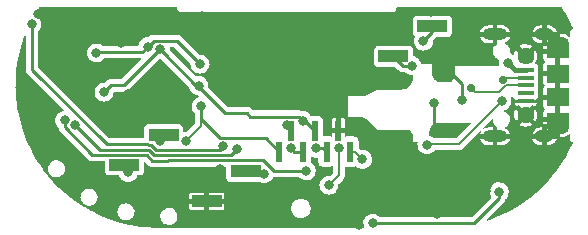
<source format=gbl>
G04 #@! TF.GenerationSoftware,KiCad,Pcbnew,(6.0.0)*
G04 #@! TF.CreationDate,2022-03-23T01:08:54-05:00*
G04 #@! TF.ProjectId,temp sensor,74656d70-2073-4656-9e73-6f722e6b6963,0.3*
G04 #@! TF.SameCoordinates,Original*
G04 #@! TF.FileFunction,Copper,L2,Bot*
G04 #@! TF.FilePolarity,Positive*
%FSLAX45Y45*%
G04 Gerber Fmt 4.5, Leading zero omitted, Abs format (unit mm)*
G04 Created by KiCad (PCBNEW (6.0.0)) date 2022-03-23 01:08:54*
%MOMM*%
%LPD*%
G01*
G04 APERTURE LIST*
G04 #@! TA.AperFunction,ComponentPad*
%ADD10O,2.100000X1.000000*%
G04 #@! TD*
G04 #@! TA.AperFunction,ComponentPad*
%ADD11O,1.600000X1.000000*%
G04 #@! TD*
G04 #@! TA.AperFunction,SMDPad,CuDef*
%ADD12R,1.350000X0.400000*%
G04 #@! TD*
G04 #@! TA.AperFunction,SMDPad,CuDef*
%ADD13R,1.900000X1.200000*%
G04 #@! TD*
G04 #@! TA.AperFunction,ComponentPad*
%ADD14O,1.900000X1.200000*%
G04 #@! TD*
G04 #@! TA.AperFunction,ComponentPad*
%ADD15C,1.450000*%
G04 #@! TD*
G04 #@! TA.AperFunction,SMDPad,CuDef*
%ADD16R,1.900000X1.500000*%
G04 #@! TD*
G04 #@! TA.AperFunction,SMDPad,CuDef*
%ADD17R,0.600000X1.750000*%
G04 #@! TD*
G04 #@! TA.AperFunction,SMDPad,CuDef*
%ADD18R,2.510000X1.000000*%
G04 #@! TD*
G04 #@! TA.AperFunction,ViaPad*
%ADD19C,0.800000*%
G04 #@! TD*
G04 #@! TA.AperFunction,ViaPad*
%ADD20C,0.700000*%
G04 #@! TD*
G04 #@! TA.AperFunction,Conductor*
%ADD21C,0.200000*%
G04 #@! TD*
G04 #@! TA.AperFunction,Conductor*
%ADD22C,0.250000*%
G04 #@! TD*
G04 #@! TA.AperFunction,Conductor*
%ADD23C,0.152400*%
G04 #@! TD*
G04 #@! TA.AperFunction,Conductor*
%ADD24C,0.400000*%
G04 #@! TD*
G04 APERTURE END LIST*
D10*
G04 #@! TO.P,J1,S1,SHIELD*
G04 #@! TO.N,GND*
X15796696Y-8832396D03*
X15796696Y-9696396D03*
D11*
X16214696Y-9696396D03*
X16214696Y-8832396D03*
G04 #@! TD*
D12*
G04 #@! TO.P,J4,1,VBUS*
G04 #@! TO.N,/V_USB*
X16056250Y-9135000D03*
G04 #@! TO.P,J4,2,D-*
G04 #@! TO.N,/D-*
X16056250Y-9200000D03*
G04 #@! TO.P,J4,3,D+*
G04 #@! TO.N,/D+*
X16056250Y-9265000D03*
G04 #@! TO.P,J4,4,ID*
G04 #@! TO.N,unconnected-(J4-Pad4)*
X16056250Y-9330000D03*
G04 #@! TO.P,J4,5,GND*
G04 #@! TO.N,GND*
X16056250Y-9395000D03*
D13*
G04 #@! TO.P,J4,6,Shield*
X16326250Y-9555000D03*
D14*
X16326250Y-9615000D03*
D15*
X16056250Y-9015000D03*
D16*
X16326250Y-9365000D03*
D15*
X16056250Y-9515000D03*
D16*
X16326250Y-9165000D03*
D13*
X16326250Y-8975000D03*
D14*
X16326250Y-8915000D03*
G04 #@! TD*
D17*
G04 #@! TO.P,J3,1,Pin_1*
G04 #@! TO.N,/EN*
X13971000Y-9824500D03*
G04 #@! TO.P,J3,2,Pin_2*
G04 #@! TO.N,/IO14_pico*
X14071000Y-9649500D03*
G04 #@! TO.P,J3,3,Pin_3*
G04 #@! TO.N,/IO12_pico*
X14171000Y-9824500D03*
G04 #@! TO.P,J3,4,Pin_4*
G04 #@! TO.N,/IO13_pico*
X14271000Y-9649500D03*
G04 #@! TO.P,J3,5,Pin_5*
G04 #@! TO.N,/IO15_pico*
X14371000Y-9824500D03*
G04 #@! TO.P,J3,6,Pin_6*
G04 #@! TO.N,GND*
X14471000Y-9649500D03*
G04 #@! TO.P,J3,7,Pin_7*
G04 #@! TO.N,+3V3*
X14571000Y-9824500D03*
G04 #@! TD*
D18*
G04 #@! TO.P,J2,1,Pin_1*
G04 #@! TO.N,+3V3*
X13685300Y-9993000D03*
G04 #@! TO.P,J2,2,Pin_2*
G04 #@! TO.N,GND*
X13354300Y-10247000D03*
G04 #@! TD*
G04 #@! TO.P,J6,1,Pin_1*
G04 #@! TO.N,/DTR*
X12990300Y-9683000D03*
G04 #@! TO.P,J6,2,Pin_2*
G04 #@! TO.N,/RTS*
X12659300Y-9937000D03*
G04 #@! TD*
G04 #@! TO.P,J5,1,Pin_1*
G04 #@! TO.N,/TDX0*
X15265300Y-8763000D03*
G04 #@! TO.P,J5,2,Pin_2*
G04 #@! TO.N,/RTX0*
X14934300Y-9017000D03*
G04 #@! TD*
D19*
G04 #@! TO.N,GND*
X16059800Y-10191000D03*
X13002899Y-9150701D03*
X15303300Y-10192100D03*
X14757000Y-8919000D03*
X14032000Y-8807000D03*
X14279000Y-8811000D03*
X14469000Y-8820000D03*
X13734000Y-8813000D03*
X13578000Y-8812000D03*
X14448000Y-9482000D03*
X14445000Y-9170000D03*
X13811832Y-10415058D03*
X11928800Y-8662000D03*
X15010800Y-9215000D03*
X14761000Y-9272000D03*
X14981000Y-9715000D03*
X14035800Y-9263000D03*
X13933800Y-9164000D03*
X13833800Y-9263000D03*
X13933800Y-9362000D03*
X13933800Y-8968582D03*
X14229800Y-9263000D03*
X14131800Y-9362000D03*
X14131800Y-9164000D03*
X14131800Y-8968582D03*
X14224562Y-9065000D03*
X14033800Y-9065000D03*
X13834800Y-9065000D03*
X13166800Y-10414000D03*
X12967800Y-9346000D03*
X12632800Y-8904000D03*
X15303246Y-10352024D03*
X12489800Y-10321000D03*
X13581800Y-8955000D03*
X14444800Y-9270000D03*
X11966702Y-9848596D03*
X13577800Y-9104000D03*
X14449800Y-9046000D03*
X14463850Y-10416582D03*
X15256800Y-8642000D03*
X15068800Y-8649000D03*
X11845800Y-9640000D03*
X12686800Y-9338050D03*
X13578800Y-9401000D03*
X14641521Y-10443915D03*
X16295624Y-9907016D03*
X13626800Y-10406000D03*
X16388588Y-9767062D03*
X15516098Y-9392158D03*
X15669800Y-9866000D03*
X13146800Y-10214000D03*
X12188800Y-9323000D03*
X12626491Y-9581293D03*
X15537800Y-8680000D03*
X13574800Y-9260000D03*
X15434800Y-8642000D03*
X11904800Y-9757000D03*
X15282674Y-9414000D03*
X14792706Y-9720580D03*
X13998268Y-10415058D03*
X15306802Y-9938004D03*
X12184800Y-9168000D03*
X13319800Y-8680000D03*
X14315514Y-10409216D03*
X14924606Y-10197380D03*
X14447800Y-9381000D03*
X16332800Y-8657000D03*
X16141192Y-10083800D03*
X13090800Y-10073000D03*
X13425800Y-10418000D03*
X14935800Y-8703000D03*
X15723800Y-10163000D03*
X12573762Y-10157714D03*
X14800580Y-8706612D03*
X15012744Y-10200428D03*
X13466800Y-9974000D03*
X13290800Y-10410000D03*
X11991196Y-8959396D03*
X13068800Y-8655000D03*
X15671800Y-8674000D03*
X15445486Y-9646158D03*
X12195800Y-8682000D03*
G04 #@! TO.N,+3V3*
X14673800Y-9890000D03*
X13841454Y-10011212D03*
G04 #@! TO.N,/RTX0*
X15093221Y-9097412D03*
G04 #@! TO.N,/TDX0*
X15189800Y-8890000D03*
G04 #@! TO.N,/Boot_Option*
X14474800Y-9797000D03*
X14390800Y-10109000D03*
G04 #@! TO.N,/EN*
X13177800Y-9735000D03*
X13307800Y-9442000D03*
D20*
G04 #@! TO.N,/D-*
X15862000Y-9216000D03*
G04 #@! TO.N,/D+*
X15592429Y-9288280D03*
D19*
G04 #@! TO.N,Net-(R8-Pad1)*
X14759800Y-10434000D03*
X15832253Y-10165472D03*
G04 #@! TO.N,/IO32_pico*
X13493440Y-9781599D03*
X11874800Y-8747000D03*
G04 #@! TO.N,/IO33_pico*
X13611800Y-9805000D03*
X12243618Y-9602739D03*
G04 #@! TO.N,/IO14_pico*
X14031727Y-9601950D03*
G04 #@! TO.N,/IO12_pico*
X14070226Y-9796950D03*
G04 #@! TO.N,/DTR*
X12959800Y-9739148D03*
G04 #@! TO.N,/RTS*
X12689800Y-10002000D03*
G04 #@! TO.N,/V_USB*
X15906750Y-9072118D03*
G04 #@! TO.N,/CC1*
X15854553Y-9396301D03*
X15220764Y-9767044D03*
G04 #@! TO.N,/IO13_pico*
X14171000Y-9562501D03*
X12486800Y-9321000D03*
X13288000Y-9266004D03*
X12962499Y-8960000D03*
G04 #@! TO.N,/IO15_pico*
X14197800Y-9989000D03*
X14279800Y-9796950D03*
X12152800Y-9561000D03*
G04 #@! TO.N,/I38_pico*
X12857125Y-8936298D03*
X13298799Y-9083999D03*
X12421800Y-8990000D03*
G04 #@! TD*
D21*
G04 #@! TO.N,GND*
X15973758Y-9395000D02*
X15929102Y-9439656D01*
D22*
X15516098Y-9392158D02*
X15516098Y-9256098D01*
D21*
X15929102Y-9610090D02*
X16032226Y-9713214D01*
X16056250Y-9395000D02*
X15973758Y-9395000D01*
D22*
X15282674Y-9414000D02*
X15282674Y-9637326D01*
D21*
X15929102Y-9439656D02*
X15929102Y-9610090D01*
D22*
X15516098Y-9256098D02*
X15420000Y-9160000D01*
D21*
G04 #@! TO.N,+3V3*
X13823242Y-9993000D02*
X13841454Y-10011212D01*
X14608300Y-9824500D02*
X14673800Y-9890000D01*
X13685300Y-9993000D02*
X13823242Y-9993000D01*
X14571000Y-9824500D02*
X14608300Y-9824500D01*
D22*
G04 #@! TO.N,/RTX0*
X15093221Y-9097412D02*
X15014712Y-9097412D01*
X15014712Y-9097412D02*
X14934300Y-9017000D01*
G04 #@! TO.N,/TDX0*
X15265300Y-8814500D02*
X15189800Y-8890000D01*
X15265300Y-8763000D02*
X15265300Y-8814500D01*
D21*
G04 #@! TO.N,/Boot_Option*
X14474800Y-9797000D02*
X14474800Y-10025000D01*
X14474800Y-10025000D02*
X14390800Y-10109000D01*
D22*
G04 #@! TO.N,/EN*
X13466498Y-9709149D02*
X13307800Y-9550450D01*
X13971000Y-9824500D02*
X13855649Y-9709149D01*
X13855649Y-9709149D02*
X13466498Y-9709149D01*
D21*
X13307800Y-9605000D02*
X13177800Y-9735000D01*
X13307800Y-9442000D02*
X13307800Y-9605000D01*
D22*
X13307800Y-9550450D02*
X13307800Y-9442000D01*
D21*
G04 #@! TO.N,/D-*
X16056250Y-9200000D02*
X15878000Y-9200000D01*
X15878000Y-9200000D02*
X15862000Y-9216000D01*
D23*
G04 #@! TO.N,/D+*
X15627429Y-9323280D02*
X15592429Y-9288280D01*
X16056250Y-9265000D02*
X15892771Y-9265000D01*
X15892771Y-9265000D02*
X15834492Y-9323280D01*
X15834492Y-9323280D02*
X15627429Y-9323280D01*
D22*
G04 #@! TO.N,Net-(R8-Pad1)*
X15832253Y-10220389D02*
X15618642Y-10434000D01*
X15832253Y-10165472D02*
X15832253Y-10220389D01*
X15618642Y-10434000D02*
X14759800Y-10434000D01*
G04 #@! TO.N,/IO32_pico*
X13465940Y-9809099D02*
X13493440Y-9781599D01*
X12886142Y-9765451D02*
X12887350Y-9766659D01*
X12992309Y-9809099D02*
X13465940Y-9809099D01*
X11874800Y-9131461D02*
X12507986Y-9764647D01*
X12855294Y-9765451D02*
X12886142Y-9765451D01*
X12989810Y-9811598D02*
X12992309Y-9809099D01*
X11874800Y-8747000D02*
X11874800Y-9131461D01*
X12887350Y-9769158D02*
X12929790Y-9811598D01*
X12507986Y-9764647D02*
X12854490Y-9764647D01*
X12887350Y-9766659D02*
X12887350Y-9769158D01*
X12929790Y-9811598D02*
X12989810Y-9811598D01*
X12854490Y-9764647D02*
X12855294Y-9765451D01*
G04 #@! TO.N,/IO33_pico*
X13266727Y-9854050D02*
X13010928Y-9854050D01*
X12450477Y-9809598D02*
X12243618Y-9602739D01*
X13008429Y-9856549D02*
X12971190Y-9856549D01*
X12971190Y-9856549D02*
X12911171Y-9856549D01*
X12836675Y-9810402D02*
X12835870Y-9809598D01*
X13562750Y-9854050D02*
X13266727Y-9854050D01*
X12835870Y-9809598D02*
X12450477Y-9809598D01*
X12911171Y-9856549D02*
X12865024Y-9810402D01*
X12865024Y-9810402D02*
X12836675Y-9810402D01*
X13010928Y-9854050D02*
X13008429Y-9856549D01*
X13611800Y-9805000D02*
X13562750Y-9854050D01*
G04 #@! TO.N,/IO14_pico*
X14031727Y-9610227D02*
X14071000Y-9649500D01*
X14031727Y-9601950D02*
X14031727Y-9610227D01*
G04 #@! TO.N,/IO12_pico*
X14171000Y-9824500D02*
X14092500Y-9824500D01*
X14071150Y-9796950D02*
X14081000Y-9806800D01*
X14070226Y-9796950D02*
X14071150Y-9796950D01*
X14092500Y-9824500D02*
X14089000Y-9821000D01*
G04 #@! TO.N,/DTR*
X12987298Y-9717212D02*
X12965362Y-9739148D01*
X12965362Y-9739148D02*
X12959800Y-9739148D01*
G04 #@! TO.N,/RTS*
X12689800Y-10002000D02*
X12689800Y-9967500D01*
X12689800Y-9967500D02*
X12659300Y-9937000D01*
D24*
G04 #@! TO.N,/V_USB*
X16056250Y-9135000D02*
X15969632Y-9135000D01*
X15969632Y-9135000D02*
X15906750Y-9072118D01*
D21*
G04 #@! TO.N,/CC1*
X15487856Y-9762998D02*
X15854553Y-9396301D01*
X15220764Y-9767044D02*
X15224810Y-9762998D01*
X15224810Y-9762998D02*
X15487856Y-9762998D01*
D22*
G04 #@! TO.N,/IO13_pico*
X14171000Y-9562501D02*
X14184001Y-9562501D01*
X12656899Y-9265600D02*
X12542200Y-9265600D01*
X13693251Y-9496549D02*
X13506349Y-9496549D01*
X13288000Y-9278200D02*
X13288000Y-9266004D01*
X12962499Y-8960000D02*
X12656899Y-9265600D01*
X14171000Y-9562501D02*
X14137999Y-9529500D01*
X13506349Y-9496549D02*
X13288000Y-9278200D01*
X13726202Y-9529500D02*
X13693251Y-9496549D01*
X12962499Y-8960000D02*
X12993989Y-8991489D01*
X13268503Y-9266004D02*
X13288000Y-9266004D01*
X14137999Y-9529500D02*
X13726202Y-9529500D01*
X14184001Y-9562501D02*
X14271000Y-9649500D01*
X12993989Y-8991489D02*
X13268503Y-9266004D01*
X12542200Y-9265600D02*
X12486800Y-9321000D01*
G04 #@! TO.N,/IO15_pico*
X14279800Y-9796950D02*
X14343450Y-9796950D01*
X12388349Y-9854549D02*
X12152800Y-9619000D01*
X13029547Y-9899001D02*
X13027048Y-9901500D01*
X12892551Y-9901500D02*
X12846405Y-9855353D01*
X12152800Y-9619000D02*
X12152800Y-9561000D01*
X13831703Y-9899001D02*
X13029547Y-9899001D01*
X14197800Y-9989000D02*
X13921702Y-9989000D01*
X12817251Y-9855353D02*
X12816447Y-9854549D01*
X12816447Y-9854549D02*
X12388349Y-9854549D01*
X13027048Y-9901500D02*
X12892551Y-9901500D01*
X14343450Y-9796950D02*
X14371000Y-9824500D01*
X12846405Y-9855353D02*
X12817251Y-9855353D01*
X13921702Y-9989000D02*
X13831703Y-9899001D01*
G04 #@! TO.N,/I38_pico*
X12809423Y-8984000D02*
X12427800Y-8984000D01*
X12857125Y-8936298D02*
X12809423Y-8984000D01*
X12857125Y-8936298D02*
X12905924Y-8887500D01*
X13102300Y-8887500D02*
X13298799Y-9083999D01*
X12427800Y-8984000D02*
X12421800Y-8990000D01*
X12905924Y-8887500D02*
X13102300Y-8887500D01*
G04 #@! TD*
G04 #@! TA.AperFunction,Conductor*
G04 #@! TO.N,GND*
G36*
X16359491Y-8601813D02*
G01*
X16360187Y-8602689D01*
X16373067Y-8623354D01*
X16386309Y-8644600D01*
X16393391Y-8655963D01*
X16393527Y-8656195D01*
X16425179Y-8713781D01*
X16425302Y-8714020D01*
X16432570Y-8729153D01*
X16450766Y-8767034D01*
X16453754Y-8773255D01*
X16453862Y-8773497D01*
X16455786Y-8778138D01*
X16455787Y-8781888D01*
X16453511Y-8784367D01*
X16453508Y-8784368D01*
X16453481Y-8784382D01*
X16449830Y-8786242D01*
X16447832Y-8787260D01*
X16447831Y-8787261D01*
X16447830Y-8787262D01*
X16443350Y-8791742D01*
X16443350Y-8791742D01*
X16443350Y-8791742D01*
X16438872Y-8796220D01*
X16438872Y-8796221D01*
X16438871Y-8796222D01*
X16435991Y-8801875D01*
X16433120Y-8807510D01*
X16433120Y-8807511D01*
X16433119Y-8807512D01*
X16432290Y-8812750D01*
X16432277Y-8812834D01*
X16432276Y-8812834D01*
X16432277Y-8812834D01*
X16431138Y-8820024D01*
X16431198Y-8820405D01*
X16431198Y-8820405D01*
X16431576Y-8822794D01*
X16431637Y-8823560D01*
X16431639Y-8852593D01*
X16430204Y-8856058D01*
X16426739Y-8857493D01*
X16423274Y-8856058D01*
X16422996Y-8855756D01*
X16420662Y-8852994D01*
X16420280Y-8852630D01*
X16405961Y-8841682D01*
X16405510Y-8841409D01*
X16389174Y-8833791D01*
X16388675Y-8833622D01*
X16371022Y-8829676D01*
X16370625Y-8829621D01*
X16370324Y-8829604D01*
X16370189Y-8829600D01*
X16347225Y-8829600D01*
X16346535Y-8829886D01*
X16346250Y-8830575D01*
X16346250Y-9059425D01*
X16346747Y-9060625D01*
X16346747Y-9064375D01*
X16346250Y-9065575D01*
X16346250Y-9464425D01*
X16346747Y-9465625D01*
X16346747Y-9469375D01*
X16346250Y-9470575D01*
X16346250Y-9699425D01*
X16346535Y-9700115D01*
X16347225Y-9700400D01*
X16365753Y-9700400D01*
X16366018Y-9700386D01*
X16379432Y-9698928D01*
X16379948Y-9698815D01*
X16397031Y-9693066D01*
X16397510Y-9692845D01*
X16412960Y-9683561D01*
X16413380Y-9683243D01*
X16423431Y-9673738D01*
X16426934Y-9672400D01*
X16430358Y-9673931D01*
X16431698Y-9677298D01*
X16431700Y-9704020D01*
X16431700Y-9705469D01*
X16431639Y-9706236D01*
X16431262Y-9708622D01*
X16431201Y-9709004D01*
X16431262Y-9709384D01*
X16431262Y-9709384D01*
X16431362Y-9710015D01*
X16431771Y-9712596D01*
X16433184Y-9721518D01*
X16433185Y-9721518D01*
X16433185Y-9721518D01*
X16434335Y-9723776D01*
X16438938Y-9732807D01*
X16438938Y-9732807D01*
X16438938Y-9732807D01*
X16439210Y-9733080D01*
X16439211Y-9733080D01*
X16443381Y-9737249D01*
X16447625Y-9741493D01*
X16447625Y-9741493D01*
X16447898Y-9741766D01*
X16447898Y-9741766D01*
X16447898Y-9741766D01*
X16453315Y-9744526D01*
X16453849Y-9744797D01*
X16456284Y-9747649D01*
X16456152Y-9751036D01*
X16454600Y-9754790D01*
X16454258Y-9755616D01*
X16454149Y-9755861D01*
X16425723Y-9815159D01*
X16425601Y-9815398D01*
X16393970Y-9873048D01*
X16393834Y-9873280D01*
X16359091Y-9929112D01*
X16358943Y-9929336D01*
X16321194Y-9983180D01*
X16321033Y-9983395D01*
X16282523Y-10032378D01*
X16280391Y-10035089D01*
X16280220Y-10035295D01*
X16255421Y-10063507D01*
X16236805Y-10084686D01*
X16236622Y-10084882D01*
X16190567Y-10131819D01*
X16190374Y-10132005D01*
X16141814Y-10176350D01*
X16141614Y-10176523D01*
X16090697Y-10218141D01*
X16090487Y-10218303D01*
X16043028Y-10252936D01*
X16037367Y-10257068D01*
X16037146Y-10257220D01*
X16008916Y-10275538D01*
X15981984Y-10293015D01*
X15981755Y-10293155D01*
X15924713Y-10325874D01*
X15924479Y-10325999D01*
X15865729Y-10355545D01*
X15865489Y-10355658D01*
X15805206Y-10381940D01*
X15804961Y-10382039D01*
X15771213Y-10394601D01*
X15743332Y-10404978D01*
X15743078Y-10405065D01*
X15731292Y-10408730D01*
X15727558Y-10408389D01*
X15725158Y-10405506D01*
X15725500Y-10401772D01*
X15726372Y-10400587D01*
X15794893Y-10332066D01*
X15868505Y-10258454D01*
X15868653Y-10258312D01*
X15872879Y-10254426D01*
X15873125Y-10254200D01*
X15875490Y-10250385D01*
X15875752Y-10250005D01*
X15878264Y-10246694D01*
X15878264Y-10246694D01*
X15878466Y-10246428D01*
X15879229Y-10244502D01*
X15879620Y-10243724D01*
X15880536Y-10242247D01*
X15880536Y-10242247D01*
X15880712Y-10241964D01*
X15881964Y-10237651D01*
X15882113Y-10237216D01*
X15883766Y-10233041D01*
X15883983Y-10230981D01*
X15884151Y-10230126D01*
X15884657Y-10228385D01*
X15884728Y-10228137D01*
X15884755Y-10227775D01*
X15884773Y-10227737D01*
X15884793Y-10227629D01*
X15884822Y-10227634D01*
X15886263Y-10224586D01*
X15893963Y-10217253D01*
X15894115Y-10217025D01*
X15894115Y-10217025D01*
X15903750Y-10202523D01*
X15903750Y-10202523D01*
X15903902Y-10202294D01*
X15906772Y-10194739D01*
X15910182Y-10185762D01*
X15910182Y-10185762D01*
X15910279Y-10185506D01*
X15912778Y-10167722D01*
X15912810Y-10165472D01*
X15911026Y-10149569D01*
X15910838Y-10147897D01*
X15910838Y-10147897D01*
X15910808Y-10147625D01*
X15907429Y-10137921D01*
X15904992Y-10130924D01*
X15904992Y-10130924D01*
X15904902Y-10130665D01*
X15904431Y-10129911D01*
X15895530Y-10115667D01*
X15895530Y-10115667D01*
X15895385Y-10115435D01*
X15894324Y-10114366D01*
X15882924Y-10102886D01*
X15882730Y-10102692D01*
X15867567Y-10093069D01*
X15867309Y-10092977D01*
X15867309Y-10092977D01*
X15850907Y-10087136D01*
X15850648Y-10087044D01*
X15850376Y-10087012D01*
X15850376Y-10087012D01*
X15841732Y-10085981D01*
X15832816Y-10084918D01*
X15832544Y-10084946D01*
X15832543Y-10084946D01*
X15822036Y-10086051D01*
X15814955Y-10086795D01*
X15797954Y-10092583D01*
X15797721Y-10092726D01*
X15797721Y-10092726D01*
X15782891Y-10101849D01*
X15782891Y-10101850D01*
X15782658Y-10101993D01*
X15782462Y-10102184D01*
X15782462Y-10102185D01*
X15770022Y-10114366D01*
X15770022Y-10114367D01*
X15769827Y-10114558D01*
X15760098Y-10129654D01*
X15759120Y-10132340D01*
X15754130Y-10146051D01*
X15753956Y-10146530D01*
X15751705Y-10164348D01*
X15751731Y-10164620D01*
X15751731Y-10164620D01*
X15752364Y-10171070D01*
X15753457Y-10182221D01*
X15759126Y-10199262D01*
X15759268Y-10199496D01*
X15759268Y-10199496D01*
X15764656Y-10208393D01*
X15765223Y-10212100D01*
X15763929Y-10214396D01*
X15598310Y-10380015D01*
X15594845Y-10381450D01*
X14822476Y-10381450D01*
X14818999Y-10380003D01*
X14812004Y-10372958D01*
X14810277Y-10371219D01*
X14803577Y-10366967D01*
X14795345Y-10361743D01*
X14795345Y-10361743D01*
X14795114Y-10361596D01*
X14794856Y-10361505D01*
X14794856Y-10361504D01*
X14778453Y-10355664D01*
X14778195Y-10355572D01*
X14777923Y-10355540D01*
X14777923Y-10355539D01*
X14769279Y-10354509D01*
X14760362Y-10353446D01*
X14760090Y-10353474D01*
X14760090Y-10353474D01*
X14749583Y-10354579D01*
X14742502Y-10355323D01*
X14725501Y-10361110D01*
X14725267Y-10361254D01*
X14725267Y-10361254D01*
X14710438Y-10370377D01*
X14710437Y-10370377D01*
X14710204Y-10370521D01*
X14710009Y-10370712D01*
X14710009Y-10370712D01*
X14697569Y-10382894D01*
X14697569Y-10382894D01*
X14697373Y-10383086D01*
X14697225Y-10383316D01*
X14697225Y-10383316D01*
X14694318Y-10387827D01*
X14687645Y-10398182D01*
X14681502Y-10415058D01*
X14679251Y-10432875D01*
X14679278Y-10433148D01*
X14679278Y-10433148D01*
X14679834Y-10438817D01*
X14681004Y-10450749D01*
X14683065Y-10456945D01*
X14685095Y-10463048D01*
X14684827Y-10466789D01*
X14681993Y-10469245D01*
X14680445Y-10469495D01*
X12974493Y-10469229D01*
X12973847Y-10469186D01*
X12971783Y-10468911D01*
X12970900Y-10468793D01*
X12970900Y-10468793D01*
X12970519Y-10468742D01*
X12968306Y-10469148D01*
X12967404Y-10469229D01*
X12928454Y-10469079D01*
X12902575Y-10468980D01*
X12902299Y-10468971D01*
X12864439Y-10466683D01*
X12834604Y-10464879D01*
X12834330Y-10464855D01*
X12790120Y-10459663D01*
X12766974Y-10456945D01*
X12766700Y-10456905D01*
X12699901Y-10445201D01*
X12699629Y-10445146D01*
X12633598Y-10429686D01*
X12633330Y-10429616D01*
X12568276Y-10410449D01*
X12568013Y-10410364D01*
X12504148Y-10387553D01*
X12503890Y-10387452D01*
X12441415Y-10361069D01*
X12441163Y-10360954D01*
X12397695Y-10339627D01*
X12599384Y-10339627D01*
X12602229Y-10356186D01*
X12602341Y-10356448D01*
X12602341Y-10356448D01*
X12604594Y-10361743D01*
X12608808Y-10371645D01*
X12618766Y-10385177D01*
X12618983Y-10385361D01*
X12618983Y-10385361D01*
X12631353Y-10395871D01*
X12631570Y-10396055D01*
X12646533Y-10403695D01*
X12646810Y-10403763D01*
X12646810Y-10403763D01*
X12662641Y-10407637D01*
X12662641Y-10407637D01*
X12662852Y-10407689D01*
X12663912Y-10407754D01*
X12676026Y-10407754D01*
X12688506Y-10406299D01*
X12704299Y-10400567D01*
X12704537Y-10400411D01*
X12704537Y-10400411D01*
X12718111Y-10391511D01*
X12718112Y-10391511D01*
X12718350Y-10391355D01*
X12725965Y-10383316D01*
X12729708Y-10379365D01*
X12729708Y-10379365D01*
X12729904Y-10379158D01*
X12730704Y-10377780D01*
X12962385Y-10377780D01*
X12965230Y-10394339D01*
X12965341Y-10394601D01*
X12965342Y-10394601D01*
X12970333Y-10406332D01*
X12971808Y-10409798D01*
X12981766Y-10423330D01*
X12981983Y-10423514D01*
X12981983Y-10423514D01*
X12989222Y-10429664D01*
X12994570Y-10434208D01*
X13009533Y-10441848D01*
X13009810Y-10441916D01*
X13009810Y-10441916D01*
X13025641Y-10445790D01*
X13025641Y-10445790D01*
X13025853Y-10445842D01*
X13026912Y-10445907D01*
X13039026Y-10445907D01*
X13051507Y-10444452D01*
X13067300Y-10438720D01*
X13067537Y-10438564D01*
X13067538Y-10438564D01*
X13081112Y-10429664D01*
X13081112Y-10429664D01*
X13081350Y-10429508D01*
X13092905Y-10417311D01*
X13096940Y-10410364D01*
X13101200Y-10403029D01*
X13101200Y-10403029D01*
X13101343Y-10402783D01*
X13103381Y-10396055D01*
X13106131Y-10386976D01*
X13106131Y-10386975D01*
X13106213Y-10386703D01*
X13107162Y-10371414D01*
X13107236Y-10370218D01*
X13107236Y-10370218D01*
X13107253Y-10369934D01*
X13104408Y-10353376D01*
X13104297Y-10353114D01*
X13104297Y-10353114D01*
X13097942Y-10338179D01*
X13097830Y-10337917D01*
X13087872Y-10324385D01*
X13087655Y-10324201D01*
X13087655Y-10324200D01*
X13075284Y-10313691D01*
X13075068Y-10313507D01*
X13060105Y-10305866D01*
X13049860Y-10303360D01*
X13043997Y-10301925D01*
X13043997Y-10301925D01*
X13043785Y-10301873D01*
X13042726Y-10301807D01*
X13030612Y-10301807D01*
X13018131Y-10303262D01*
X13002338Y-10308995D01*
X13002101Y-10309151D01*
X13002100Y-10309151D01*
X12992294Y-10315580D01*
X12988288Y-10318207D01*
X12984360Y-10322353D01*
X12977871Y-10329203D01*
X12976734Y-10330404D01*
X12976591Y-10330650D01*
X12971213Y-10339908D01*
X12968295Y-10344932D01*
X12968212Y-10345205D01*
X12968212Y-10345205D01*
X12963530Y-10360665D01*
X12963425Y-10361012D01*
X12962385Y-10377780D01*
X12730704Y-10377780D01*
X12733585Y-10372821D01*
X12738199Y-10364876D01*
X12738200Y-10364876D01*
X12738343Y-10364630D01*
X12738425Y-10364357D01*
X12743130Y-10348823D01*
X12743130Y-10348822D01*
X12743213Y-10348550D01*
X12744253Y-10331782D01*
X12741408Y-10315223D01*
X12741296Y-10314961D01*
X12741296Y-10314961D01*
X12734941Y-10300026D01*
X12734830Y-10299764D01*
X12734460Y-10299261D01*
X13203400Y-10299261D01*
X13203447Y-10299737D01*
X13204780Y-10306437D01*
X13205142Y-10307312D01*
X13210220Y-10314911D01*
X13210889Y-10315580D01*
X13218488Y-10320658D01*
X13219363Y-10321020D01*
X13226063Y-10322353D01*
X13226539Y-10322400D01*
X13333325Y-10322400D01*
X13334014Y-10322115D01*
X13334300Y-10321425D01*
X13334300Y-10321425D01*
X13374300Y-10321425D01*
X13374585Y-10322114D01*
X13375275Y-10322400D01*
X13482061Y-10322400D01*
X13482537Y-10322353D01*
X13489237Y-10321020D01*
X13490112Y-10320658D01*
X13497711Y-10315580D01*
X13498380Y-10314911D01*
X13503458Y-10307312D01*
X13503820Y-10306437D01*
X13504711Y-10301959D01*
X14069992Y-10301959D01*
X14070932Y-10319892D01*
X14075701Y-10337205D01*
X14075825Y-10337440D01*
X14083952Y-10352855D01*
X14083952Y-10352855D01*
X14084076Y-10353090D01*
X14095667Y-10366806D01*
X14100130Y-10370218D01*
X14109722Y-10377552D01*
X14109722Y-10377552D01*
X14109933Y-10377713D01*
X14110173Y-10377825D01*
X14121455Y-10383086D01*
X14126208Y-10385302D01*
X14126466Y-10385360D01*
X14143536Y-10389175D01*
X14143537Y-10389175D01*
X14143733Y-10389219D01*
X14144045Y-10389237D01*
X14144215Y-10389246D01*
X14144216Y-10389246D01*
X14144282Y-10389250D01*
X14157487Y-10389250D01*
X14170852Y-10387798D01*
X14171880Y-10387452D01*
X14187621Y-10382155D01*
X14187872Y-10382070D01*
X14203265Y-10372821D01*
X14206614Y-10369654D01*
X14216119Y-10360665D01*
X14216312Y-10360483D01*
X14226406Y-10345631D01*
X14232057Y-10331501D01*
X14232976Y-10329203D01*
X14232976Y-10329203D01*
X14233075Y-10328957D01*
X14235633Y-10313507D01*
X14235964Y-10311503D01*
X14235964Y-10311503D01*
X14236008Y-10311241D01*
X14235802Y-10307312D01*
X14235082Y-10293573D01*
X14235082Y-10293573D01*
X14235068Y-10293308D01*
X14231940Y-10281953D01*
X14230370Y-10276251D01*
X14230370Y-10276251D01*
X14230299Y-10275995D01*
X14225741Y-10267350D01*
X14222048Y-10260345D01*
X14222048Y-10260345D01*
X14221924Y-10260110D01*
X14210333Y-10246394D01*
X14200781Y-10239091D01*
X14196278Y-10235648D01*
X14196278Y-10235648D01*
X14196067Y-10235487D01*
X14190110Y-10232709D01*
X14180032Y-10228010D01*
X14180032Y-10228010D01*
X14179792Y-10227898D01*
X14171414Y-10226025D01*
X14162464Y-10224025D01*
X14162463Y-10224025D01*
X14162267Y-10223981D01*
X14161954Y-10223963D01*
X14161785Y-10223954D01*
X14161784Y-10223954D01*
X14161718Y-10223950D01*
X14148513Y-10223950D01*
X14135147Y-10225402D01*
X14118128Y-10231130D01*
X14114429Y-10233352D01*
X14105742Y-10238572D01*
X14102735Y-10240379D01*
X14102543Y-10240561D01*
X14102542Y-10240561D01*
X14096939Y-10245860D01*
X14089688Y-10252717D01*
X14079594Y-10267569D01*
X14079495Y-10267816D01*
X14073836Y-10281965D01*
X14072925Y-10284243D01*
X14069992Y-10301959D01*
X13504711Y-10301959D01*
X13505153Y-10299737D01*
X13505200Y-10299261D01*
X13505200Y-10267975D01*
X13504914Y-10267286D01*
X13504225Y-10267000D01*
X13375275Y-10267000D01*
X13374585Y-10267286D01*
X13374300Y-10267975D01*
X13374300Y-10321425D01*
X13334300Y-10321425D01*
X13334300Y-10267975D01*
X13334014Y-10267286D01*
X13333325Y-10267000D01*
X13204375Y-10267000D01*
X13203686Y-10267286D01*
X13203400Y-10267975D01*
X13203400Y-10299261D01*
X12734460Y-10299261D01*
X12724871Y-10286232D01*
X12724655Y-10286048D01*
X12724654Y-10286048D01*
X12712284Y-10275538D01*
X12712067Y-10275354D01*
X12697104Y-10267714D01*
X12693010Y-10266712D01*
X12680996Y-10263772D01*
X12680996Y-10263772D01*
X12680785Y-10263720D01*
X12679726Y-10263654D01*
X12667611Y-10263654D01*
X12655131Y-10265110D01*
X12639338Y-10270842D01*
X12639100Y-10270998D01*
X12639100Y-10270998D01*
X12625526Y-10279898D01*
X12625287Y-10280054D01*
X12613733Y-10292251D01*
X12612965Y-10293573D01*
X12605493Y-10306437D01*
X12605295Y-10306779D01*
X12605212Y-10307052D01*
X12605212Y-10307052D01*
X12600578Y-10322353D01*
X12600425Y-10322859D01*
X12600031Y-10329203D01*
X12599474Y-10338179D01*
X12599384Y-10339627D01*
X12397695Y-10339627D01*
X12380278Y-10331082D01*
X12380033Y-10330953D01*
X12320934Y-10297689D01*
X12320697Y-10297546D01*
X12263572Y-10260996D01*
X12263343Y-10260840D01*
X12208375Y-10221120D01*
X12208155Y-10220952D01*
X12203321Y-10217025D01*
X12199404Y-10213842D01*
X12286558Y-10213842D01*
X12289403Y-10230400D01*
X12289514Y-10230662D01*
X12289515Y-10230663D01*
X12293726Y-10240561D01*
X12295981Y-10245860D01*
X12305939Y-10259392D01*
X12306156Y-10259576D01*
X12306156Y-10259576D01*
X12313395Y-10265726D01*
X12318743Y-10270270D01*
X12333706Y-10277910D01*
X12333983Y-10277978D01*
X12333983Y-10277978D01*
X12349814Y-10281852D01*
X12349814Y-10281852D01*
X12350026Y-10281904D01*
X12351085Y-10281969D01*
X12363199Y-10281969D01*
X12375680Y-10280514D01*
X12391473Y-10274782D01*
X12391710Y-10274626D01*
X12391711Y-10274626D01*
X12405285Y-10265726D01*
X12405285Y-10265726D01*
X12405523Y-10265570D01*
X12417078Y-10253373D01*
X12420957Y-10246694D01*
X12425373Y-10239091D01*
X12425373Y-10239091D01*
X12425516Y-10238845D01*
X12425599Y-10238572D01*
X12429399Y-10226025D01*
X13203400Y-10226025D01*
X13203685Y-10226715D01*
X13204375Y-10227000D01*
X13333325Y-10227000D01*
X13334014Y-10226715D01*
X13334300Y-10226025D01*
X13374300Y-10226025D01*
X13374585Y-10226715D01*
X13375275Y-10227000D01*
X13504225Y-10227000D01*
X13504914Y-10226715D01*
X13505200Y-10226025D01*
X13505200Y-10194739D01*
X13505153Y-10194263D01*
X13503820Y-10187563D01*
X13503458Y-10186688D01*
X13498380Y-10179089D01*
X13497711Y-10178420D01*
X13490112Y-10173342D01*
X13489237Y-10172980D01*
X13482537Y-10171647D01*
X13482061Y-10171600D01*
X13375275Y-10171600D01*
X13374585Y-10171886D01*
X13374300Y-10172575D01*
X13374300Y-10226025D01*
X13334300Y-10226025D01*
X13334300Y-10172575D01*
X13334014Y-10171886D01*
X13333325Y-10171600D01*
X13226539Y-10171600D01*
X13226063Y-10171647D01*
X13219363Y-10172980D01*
X13218488Y-10173342D01*
X13210889Y-10178420D01*
X13210220Y-10179089D01*
X13205142Y-10186688D01*
X13204780Y-10187563D01*
X13203447Y-10194263D01*
X13203400Y-10194739D01*
X13203400Y-10226025D01*
X12429399Y-10226025D01*
X12430304Y-10223038D01*
X12430304Y-10223037D01*
X12430386Y-10222765D01*
X12430957Y-10213558D01*
X12431409Y-10206280D01*
X12431409Y-10206280D01*
X12431426Y-10205996D01*
X12428581Y-10189438D01*
X12428470Y-10189176D01*
X12428470Y-10189176D01*
X12422115Y-10174241D01*
X12422003Y-10173978D01*
X12412045Y-10160447D01*
X12411828Y-10160263D01*
X12411828Y-10160262D01*
X12399457Y-10149753D01*
X12399241Y-10149569D01*
X12384278Y-10141928D01*
X12374033Y-10139422D01*
X12368170Y-10137987D01*
X12368170Y-10137987D01*
X12367958Y-10137935D01*
X12366899Y-10137869D01*
X12354785Y-10137869D01*
X12342304Y-10139324D01*
X12326511Y-10145057D01*
X12326274Y-10145213D01*
X12326273Y-10145213D01*
X12312699Y-10154113D01*
X12312461Y-10154269D01*
X12308596Y-10158348D01*
X12301848Y-10165472D01*
X12300907Y-10166466D01*
X12300177Y-10167722D01*
X12293963Y-10178420D01*
X12292468Y-10180994D01*
X12292385Y-10181267D01*
X12292385Y-10181267D01*
X12289825Y-10189719D01*
X12287598Y-10197073D01*
X12286558Y-10213842D01*
X12199404Y-10213842D01*
X12155518Y-10178188D01*
X12155310Y-10178010D01*
X12105173Y-10132339D01*
X12104974Y-10132148D01*
X12102781Y-10129911D01*
X12066329Y-10092726D01*
X12057499Y-10083719D01*
X12057311Y-10083516D01*
X12012649Y-10032483D01*
X12012472Y-10032269D01*
X11970764Y-9978792D01*
X11970600Y-9978569D01*
X11967698Y-9974381D01*
X12011089Y-9974381D01*
X12013934Y-9990939D01*
X12014045Y-9991201D01*
X12014046Y-9991201D01*
X12018742Y-10002239D01*
X12020512Y-10006398D01*
X12030470Y-10019930D01*
X12030687Y-10020114D01*
X12030687Y-10020115D01*
X12041649Y-10029427D01*
X12043274Y-10030808D01*
X12058237Y-10038449D01*
X12059765Y-10038822D01*
X12074345Y-10042390D01*
X12074345Y-10042390D01*
X12074557Y-10042442D01*
X12075616Y-10042508D01*
X12087730Y-10042508D01*
X12100211Y-10041053D01*
X12111552Y-10036936D01*
X12115737Y-10035417D01*
X12115737Y-10035417D01*
X12116004Y-10035320D01*
X12116241Y-10035164D01*
X12116242Y-10035164D01*
X12129816Y-10026264D01*
X12129816Y-10026264D01*
X12130054Y-10026108D01*
X12141609Y-10013911D01*
X12144442Y-10009034D01*
X12149904Y-9999630D01*
X12149904Y-9999629D01*
X12150047Y-9999383D01*
X12152605Y-9990939D01*
X12154835Y-9983576D01*
X12154835Y-9983576D01*
X12154917Y-9983303D01*
X12155854Y-9968200D01*
X12155940Y-9966819D01*
X12155940Y-9966819D01*
X12155957Y-9966535D01*
X12153112Y-9949976D01*
X12153001Y-9949714D01*
X12153001Y-9949714D01*
X12146646Y-9934779D01*
X12146534Y-9934517D01*
X12136576Y-9920985D01*
X12136359Y-9920801D01*
X12136359Y-9920801D01*
X12123988Y-9910291D01*
X12123772Y-9910107D01*
X12108809Y-9902467D01*
X12101841Y-9900762D01*
X12092701Y-9898525D01*
X12092701Y-9898525D01*
X12092489Y-9898473D01*
X12091430Y-9898408D01*
X12079316Y-9898408D01*
X12066835Y-9899863D01*
X12051042Y-9905595D01*
X12050805Y-9905751D01*
X12050804Y-9905751D01*
X12037230Y-9914651D01*
X12036992Y-9914807D01*
X12036796Y-9915014D01*
X12026181Y-9926219D01*
X12025438Y-9927004D01*
X12025295Y-9927250D01*
X12020150Y-9936107D01*
X12016999Y-9941532D01*
X12016916Y-9941805D01*
X12016916Y-9941805D01*
X12012481Y-9956451D01*
X12012129Y-9957612D01*
X12011089Y-9974381D01*
X11967698Y-9974381D01*
X11931981Y-9922823D01*
X11931830Y-9922591D01*
X11930059Y-9919697D01*
X11896421Y-9864749D01*
X11896285Y-9864512D01*
X11864201Y-9804760D01*
X11864078Y-9804515D01*
X11835422Y-9743047D01*
X11835313Y-9742794D01*
X11810175Y-9679803D01*
X11810083Y-9679550D01*
X11788544Y-9615239D01*
X11788464Y-9614976D01*
X11770595Y-9549553D01*
X11770530Y-9549284D01*
X11756386Y-9482957D01*
X11756336Y-9482684D01*
X11752631Y-9458749D01*
X11745963Y-9415667D01*
X11745929Y-9415393D01*
X11745919Y-9415286D01*
X11742309Y-9378195D01*
X11739359Y-9347893D01*
X11739340Y-9347616D01*
X11736924Y-9287960D01*
X11736595Y-9279855D01*
X11736592Y-9279578D01*
X11736679Y-9274193D01*
X11737259Y-9238056D01*
X11737681Y-9211769D01*
X11737693Y-9211492D01*
X11742611Y-9143854D01*
X11742639Y-9143578D01*
X11750556Y-9082603D01*
X11751371Y-9076326D01*
X11751415Y-9076052D01*
X11752285Y-9071420D01*
X11757895Y-9041552D01*
X11763934Y-9009400D01*
X11763992Y-9009130D01*
X11780257Y-8943292D01*
X11780331Y-8943025D01*
X11800291Y-8878210D01*
X11800380Y-8877948D01*
X11812756Y-8844590D01*
X11815307Y-8841841D01*
X11819054Y-8841700D01*
X11821804Y-8844251D01*
X11822250Y-8846294D01*
X11822250Y-9130177D01*
X11822246Y-9130382D01*
X11821991Y-9136452D01*
X11823017Y-9140824D01*
X11823101Y-9141277D01*
X11823611Y-9145000D01*
X11823710Y-9145725D01*
X11823843Y-9146032D01*
X11823843Y-9146032D01*
X11824532Y-9147626D01*
X11824806Y-9148453D01*
X11825203Y-9150144D01*
X11825203Y-9150145D01*
X11825279Y-9150470D01*
X11825440Y-9150763D01*
X11825440Y-9150763D01*
X11827442Y-9154404D01*
X11827645Y-9154819D01*
X11829087Y-9158152D01*
X11829428Y-9158939D01*
X11829989Y-9159632D01*
X11830732Y-9160549D01*
X11831217Y-9161271D01*
X11832215Y-9163087D01*
X11832884Y-9163861D01*
X11835490Y-9166467D01*
X11835833Y-9166848D01*
X11838489Y-9170128D01*
X11839397Y-9170774D01*
X11840441Y-9171515D01*
X11841067Y-9172045D01*
X12142574Y-9473552D01*
X12144009Y-9477017D01*
X12142574Y-9480481D01*
X12139622Y-9481890D01*
X12135502Y-9482323D01*
X12135242Y-9482411D01*
X12135242Y-9482411D01*
X12133945Y-9482853D01*
X12118501Y-9488110D01*
X12118267Y-9488254D01*
X12118267Y-9488254D01*
X12103438Y-9497377D01*
X12103437Y-9497377D01*
X12103204Y-9497521D01*
X12103009Y-9497712D01*
X12103009Y-9497712D01*
X12090569Y-9509894D01*
X12090569Y-9509894D01*
X12090373Y-9510086D01*
X12090225Y-9510316D01*
X12090225Y-9510316D01*
X12087938Y-9513865D01*
X12080645Y-9525182D01*
X12077818Y-9532947D01*
X12075329Y-9539786D01*
X12074502Y-9542058D01*
X12072251Y-9559875D01*
X12072278Y-9560148D01*
X12072278Y-9560148D01*
X12072970Y-9567204D01*
X12074004Y-9577749D01*
X12079673Y-9594790D01*
X12079814Y-9595024D01*
X12079815Y-9595024D01*
X12084885Y-9603396D01*
X12088976Y-9610151D01*
X12089166Y-9610348D01*
X12089166Y-9610348D01*
X12098630Y-9620149D01*
X12099842Y-9623338D01*
X12099974Y-9623325D01*
X12100005Y-9623659D01*
X12099991Y-9623992D01*
X12101017Y-9628363D01*
X12101100Y-9628816D01*
X12101710Y-9633265D01*
X12101843Y-9633571D01*
X12101843Y-9633571D01*
X12102532Y-9635166D01*
X12102806Y-9635993D01*
X12103203Y-9637684D01*
X12103203Y-9637684D01*
X12103279Y-9638009D01*
X12103440Y-9638302D01*
X12103440Y-9638303D01*
X12105442Y-9641944D01*
X12105645Y-9642358D01*
X12106724Y-9644853D01*
X12107428Y-9646478D01*
X12107924Y-9647091D01*
X12108732Y-9648088D01*
X12109217Y-9648810D01*
X12110215Y-9650626D01*
X12110383Y-9650821D01*
X12110383Y-9650821D01*
X12110683Y-9651168D01*
X12110884Y-9651401D01*
X12113490Y-9654007D01*
X12113833Y-9654388D01*
X12113906Y-9654478D01*
X12116489Y-9657668D01*
X12117737Y-9658555D01*
X12118441Y-9659055D01*
X12119067Y-9659584D01*
X12350283Y-9890800D01*
X12350425Y-9890948D01*
X12354537Y-9895420D01*
X12358353Y-9897786D01*
X12358733Y-9898047D01*
X12362043Y-9900560D01*
X12362044Y-9900560D01*
X12362309Y-9900762D01*
X12364236Y-9901524D01*
X12365013Y-9901915D01*
X12366490Y-9902831D01*
X12366490Y-9902831D01*
X12366774Y-9903007D01*
X12371086Y-9904260D01*
X12371521Y-9904409D01*
X12375696Y-9906062D01*
X12377756Y-9906278D01*
X12378611Y-9906446D01*
X12380600Y-9907024D01*
X12380856Y-9907043D01*
X12380857Y-9907043D01*
X12381265Y-9907073D01*
X12381620Y-9907099D01*
X12385306Y-9907099D01*
X12385818Y-9907126D01*
X12389683Y-9907532D01*
X12390015Y-9907567D01*
X12392376Y-9907168D01*
X12393193Y-9907099D01*
X12488850Y-9907099D01*
X12492315Y-9908534D01*
X12493750Y-9911999D01*
X12493750Y-9951211D01*
X12493750Y-9990152D01*
X12495235Y-9999530D01*
X12500995Y-10010834D01*
X12509966Y-10019805D01*
X12510309Y-10019980D01*
X12510309Y-10019980D01*
X12512741Y-10021219D01*
X12521270Y-10025565D01*
X12521650Y-10025625D01*
X12521650Y-10025625D01*
X12524339Y-10026051D01*
X12530648Y-10027050D01*
X12610231Y-10027050D01*
X12613696Y-10028485D01*
X12614881Y-10030403D01*
X12616673Y-10035790D01*
X12621811Y-10044275D01*
X12625589Y-10050513D01*
X12625976Y-10051151D01*
X12626166Y-10051348D01*
X12626166Y-10051348D01*
X12628295Y-10053552D01*
X12638451Y-10064070D01*
X12653479Y-10073904D01*
X12670312Y-10080164D01*
X12670582Y-10080200D01*
X12670583Y-10080200D01*
X12677540Y-10081128D01*
X12688113Y-10082539D01*
X12688386Y-10082514D01*
X12688386Y-10082514D01*
X12705725Y-10080936D01*
X12705725Y-10080936D01*
X12705998Y-10080911D01*
X12723078Y-10075362D01*
X12723313Y-10075221D01*
X12723314Y-10075221D01*
X12738269Y-10066306D01*
X12738269Y-10066306D01*
X12738504Y-10066166D01*
X12751510Y-10053781D01*
X12751661Y-10053553D01*
X12751662Y-10053552D01*
X12761296Y-10039051D01*
X12761297Y-10039051D01*
X12761448Y-10038822D01*
X12761565Y-10038516D01*
X12764528Y-10030714D01*
X12764720Y-10030210D01*
X12767292Y-10027481D01*
X12769300Y-10027050D01*
X12787952Y-10027050D01*
X12793899Y-10026108D01*
X12796950Y-10025625D01*
X12796950Y-10025625D01*
X12797330Y-10025565D01*
X12805859Y-10021219D01*
X12808291Y-10019980D01*
X12808291Y-10019980D01*
X12808634Y-10019805D01*
X12817605Y-10010834D01*
X12823365Y-9999530D01*
X12824850Y-9990152D01*
X12824850Y-9919945D01*
X12826285Y-9916480D01*
X12829750Y-9915045D01*
X12833215Y-9916480D01*
X12854485Y-9937750D01*
X12854627Y-9937898D01*
X12858740Y-9942371D01*
X12859023Y-9942547D01*
X12859024Y-9942547D01*
X12862556Y-9944737D01*
X12862936Y-9944999D01*
X12866512Y-9947713D01*
X12868404Y-9948462D01*
X12868438Y-9948475D01*
X12869216Y-9948867D01*
X12870976Y-9949958D01*
X12871297Y-9950051D01*
X12871297Y-9950051D01*
X12875288Y-9951211D01*
X12875724Y-9951360D01*
X12879588Y-9952890D01*
X12879588Y-9952890D01*
X12879899Y-9953013D01*
X12880230Y-9953048D01*
X12880230Y-9953048D01*
X12880963Y-9953125D01*
X12881959Y-9953229D01*
X12882813Y-9953397D01*
X12884802Y-9953975D01*
X12885059Y-9953994D01*
X12885059Y-9953994D01*
X12885467Y-9954024D01*
X12885822Y-9954050D01*
X12889508Y-9954050D01*
X12890020Y-9954077D01*
X12893885Y-9954483D01*
X12894217Y-9954518D01*
X12896579Y-9954118D01*
X12897396Y-9954050D01*
X13000111Y-9954050D01*
X13025764Y-9954050D01*
X13025970Y-9954054D01*
X13031705Y-9954295D01*
X13032039Y-9954309D01*
X13032364Y-9954233D01*
X13032365Y-9954233D01*
X13036411Y-9953284D01*
X13036864Y-9953200D01*
X13041313Y-9952590D01*
X13042783Y-9951954D01*
X13044729Y-9951551D01*
X13514850Y-9951551D01*
X13518315Y-9952986D01*
X13519750Y-9956451D01*
X13519750Y-10002239D01*
X13519750Y-10046152D01*
X13519780Y-10046342D01*
X13520988Y-10053970D01*
X13521235Y-10055530D01*
X13523130Y-10059248D01*
X13526726Y-10066306D01*
X13526995Y-10066834D01*
X13535966Y-10075805D01*
X13536309Y-10075980D01*
X13536309Y-10075980D01*
X13541618Y-10078685D01*
X13547270Y-10081565D01*
X13547650Y-10081625D01*
X13547650Y-10081625D01*
X13550568Y-10082087D01*
X13556648Y-10083050D01*
X13598193Y-10083050D01*
X13804075Y-10083050D01*
X13805783Y-10083357D01*
X13821966Y-10089376D01*
X13822237Y-10089412D01*
X13822237Y-10089412D01*
X13829116Y-10090330D01*
X13839767Y-10091751D01*
X13840040Y-10091726D01*
X13840040Y-10091726D01*
X13857379Y-10090148D01*
X13857379Y-10090148D01*
X13857652Y-10090123D01*
X13874732Y-10084573D01*
X13874968Y-10084433D01*
X13874968Y-10084433D01*
X13889923Y-10075518D01*
X13889923Y-10075518D01*
X13890159Y-10075378D01*
X13891706Y-10073904D01*
X13902965Y-10063182D01*
X13903164Y-10062993D01*
X13903316Y-10062765D01*
X13903316Y-10062764D01*
X13912951Y-10048263D01*
X13912951Y-10048263D01*
X13913102Y-10048034D01*
X13914354Y-10044739D01*
X13916926Y-10042010D01*
X13919447Y-10041606D01*
X13922566Y-10041934D01*
X13923036Y-10041983D01*
X13923368Y-10042018D01*
X13925729Y-10041619D01*
X13926546Y-10041550D01*
X14135178Y-10041550D01*
X14138703Y-10043046D01*
X14146451Y-10051070D01*
X14161479Y-10060904D01*
X14178312Y-10067164D01*
X14178582Y-10067200D01*
X14178583Y-10067200D01*
X14185540Y-10068128D01*
X14196113Y-10069539D01*
X14196386Y-10069514D01*
X14196386Y-10069514D01*
X14213725Y-10067936D01*
X14213725Y-10067936D01*
X14213998Y-10067911D01*
X14231078Y-10062362D01*
X14231313Y-10062221D01*
X14231314Y-10062221D01*
X14246269Y-10053306D01*
X14246269Y-10053306D01*
X14246504Y-10053166D01*
X14250926Y-10048955D01*
X14258219Y-10042010D01*
X14259510Y-10040781D01*
X14259661Y-10040553D01*
X14259662Y-10040552D01*
X14269296Y-10026051D01*
X14269297Y-10026051D01*
X14269448Y-10025822D01*
X14269613Y-10025390D01*
X14275728Y-10009290D01*
X14275728Y-10009290D01*
X14275826Y-10009034D01*
X14278325Y-9991249D01*
X14278329Y-9990939D01*
X14278354Y-9989155D01*
X14278356Y-9989000D01*
X14276748Y-9974661D01*
X14276385Y-9971425D01*
X14276385Y-9971425D01*
X14276355Y-9971153D01*
X14273641Y-9963362D01*
X14270539Y-9954452D01*
X14270538Y-9954451D01*
X14270448Y-9954193D01*
X14269880Y-9953284D01*
X14261077Y-9939195D01*
X14261077Y-9939195D01*
X14260932Y-9938963D01*
X14259801Y-9937824D01*
X14248876Y-9926822D01*
X14248277Y-9926219D01*
X14245016Y-9924150D01*
X14242835Y-9922766D01*
X14240678Y-9919697D01*
X14240621Y-9917862D01*
X14241020Y-9915342D01*
X14241020Y-9915342D01*
X14241050Y-9915152D01*
X14241050Y-9875001D01*
X14242485Y-9871536D01*
X14245950Y-9870101D01*
X14247658Y-9870408D01*
X14252350Y-9872153D01*
X14260312Y-9875114D01*
X14260582Y-9875150D01*
X14260583Y-9875150D01*
X14265915Y-9875861D01*
X14278113Y-9877489D01*
X14278386Y-9877464D01*
X14278386Y-9877464D01*
X14295606Y-9875897D01*
X14299187Y-9877012D01*
X14300930Y-9880333D01*
X14300950Y-9880777D01*
X14300950Y-9915152D01*
X14302435Y-9924530D01*
X14303696Y-9927004D01*
X14307407Y-9934287D01*
X14308195Y-9935834D01*
X14317166Y-9944805D01*
X14317509Y-9944980D01*
X14317509Y-9944980D01*
X14318587Y-9945529D01*
X14328470Y-9950565D01*
X14328850Y-9950625D01*
X14328850Y-9950625D01*
X14330516Y-9950889D01*
X14337848Y-9952050D01*
X14371000Y-9952050D01*
X14404152Y-9952050D01*
X14409451Y-9951211D01*
X14413150Y-9950625D01*
X14413150Y-9950625D01*
X14413530Y-9950565D01*
X14413874Y-9950390D01*
X14417625Y-9948478D01*
X14421364Y-9948184D01*
X14424216Y-9950620D01*
X14424750Y-9952844D01*
X14424750Y-10002239D01*
X14423315Y-10005704D01*
X14401274Y-10027744D01*
X14397809Y-10029180D01*
X14397230Y-10029145D01*
X14391362Y-10028446D01*
X14391090Y-10028474D01*
X14391090Y-10028474D01*
X14380583Y-10029579D01*
X14373502Y-10030323D01*
X14356501Y-10036110D01*
X14356267Y-10036254D01*
X14356267Y-10036254D01*
X14341438Y-10045377D01*
X14341437Y-10045377D01*
X14341204Y-10045521D01*
X14341009Y-10045712D01*
X14341009Y-10045712D01*
X14328569Y-10057894D01*
X14328569Y-10057894D01*
X14328373Y-10058086D01*
X14318645Y-10073182D01*
X14317789Y-10075532D01*
X14312737Y-10089412D01*
X14312502Y-10090058D01*
X14310251Y-10107875D01*
X14310278Y-10108148D01*
X14310278Y-10108148D01*
X14310907Y-10114558D01*
X14312004Y-10125749D01*
X14317673Y-10142790D01*
X14317814Y-10143024D01*
X14317815Y-10143024D01*
X14320102Y-10146802D01*
X14326976Y-10158151D01*
X14327166Y-10158348D01*
X14327166Y-10158348D01*
X14329193Y-10160447D01*
X14339451Y-10171070D01*
X14354479Y-10180904D01*
X14371312Y-10187164D01*
X14371582Y-10187200D01*
X14371583Y-10187200D01*
X14378540Y-10188128D01*
X14389113Y-10189539D01*
X14389386Y-10189514D01*
X14389386Y-10189514D01*
X14406725Y-10187936D01*
X14406725Y-10187936D01*
X14406998Y-10187911D01*
X14424078Y-10182362D01*
X14424313Y-10182221D01*
X14424314Y-10182221D01*
X14439269Y-10173306D01*
X14439269Y-10173306D01*
X14439504Y-10173166D01*
X14440071Y-10172626D01*
X14447550Y-10165504D01*
X14452510Y-10160781D01*
X14452661Y-10160553D01*
X14452662Y-10160552D01*
X14462296Y-10146051D01*
X14462297Y-10146051D01*
X14462448Y-10145822D01*
X14462739Y-10145057D01*
X14468728Y-10129290D01*
X14468728Y-10129290D01*
X14468826Y-10129034D01*
X14471325Y-10111249D01*
X14471356Y-10109000D01*
X14470633Y-10102554D01*
X14471674Y-10098951D01*
X14472038Y-10098543D01*
X14505836Y-10064745D01*
X14506686Y-10064066D01*
X14507277Y-10063693D01*
X14507572Y-10063507D01*
X14511233Y-10059362D01*
X14511441Y-10059141D01*
X14512732Y-10057849D01*
X14512836Y-10057710D01*
X14512837Y-10057709D01*
X14513530Y-10056784D01*
X14513779Y-10056479D01*
X14514617Y-10055530D01*
X14517062Y-10052761D01*
X14517716Y-10051369D01*
X14518230Y-10050514D01*
X14519153Y-10049282D01*
X14520398Y-10045959D01*
X14520894Y-10044638D01*
X14521047Y-10044275D01*
X14523007Y-10040099D01*
X14523007Y-10040099D01*
X14523155Y-10039784D01*
X14523269Y-10039051D01*
X14523392Y-10038264D01*
X14523645Y-10037298D01*
X14524037Y-10036254D01*
X14524185Y-10035858D01*
X14524436Y-10032483D01*
X14524553Y-10030911D01*
X14524598Y-10030520D01*
X14524821Y-10029086D01*
X14524850Y-10028899D01*
X14524850Y-10027093D01*
X14524863Y-10026730D01*
X14525222Y-10021910D01*
X14525222Y-10021910D01*
X14525248Y-10021561D01*
X14524958Y-10020204D01*
X14524850Y-10019181D01*
X14524850Y-9955729D01*
X14526285Y-9952264D01*
X14529750Y-9950829D01*
X14530517Y-9950889D01*
X14537848Y-9952050D01*
X14571000Y-9952050D01*
X14604152Y-9952050D01*
X14609451Y-9951211D01*
X14613150Y-9950625D01*
X14613150Y-9950625D01*
X14613530Y-9950565D01*
X14615305Y-9949661D01*
X14619043Y-9949366D01*
X14621054Y-9950623D01*
X14622451Y-9952070D01*
X14637479Y-9961904D01*
X14654312Y-9968164D01*
X14654582Y-9968200D01*
X14654583Y-9968200D01*
X14661540Y-9969128D01*
X14672113Y-9970539D01*
X14672386Y-9970514D01*
X14672386Y-9970514D01*
X14689725Y-9968936D01*
X14689725Y-9968936D01*
X14689998Y-9968911D01*
X14707078Y-9963362D01*
X14707313Y-9963221D01*
X14707314Y-9963221D01*
X14722269Y-9954306D01*
X14722269Y-9954306D01*
X14722504Y-9954166D01*
X14723486Y-9953231D01*
X14735311Y-9941970D01*
X14735510Y-9941781D01*
X14735661Y-9941553D01*
X14735662Y-9941552D01*
X14745296Y-9927051D01*
X14745297Y-9927051D01*
X14745448Y-9926822D01*
X14746188Y-9924874D01*
X14751728Y-9910290D01*
X14751728Y-9910290D01*
X14751826Y-9910034D01*
X14754325Y-9892249D01*
X14754356Y-9890000D01*
X14752950Y-9877464D01*
X14752385Y-9872425D01*
X14752385Y-9872425D01*
X14752355Y-9872153D01*
X14749736Y-9864632D01*
X14746539Y-9855452D01*
X14746538Y-9855451D01*
X14746448Y-9855193D01*
X14744869Y-9852665D01*
X14737077Y-9840195D01*
X14737077Y-9840195D01*
X14736932Y-9839963D01*
X14724277Y-9827219D01*
X14717163Y-9822705D01*
X14709345Y-9817743D01*
X14709345Y-9817743D01*
X14709114Y-9817596D01*
X14708856Y-9817505D01*
X14708856Y-9817504D01*
X14692453Y-9811664D01*
X14692195Y-9811572D01*
X14691923Y-9811540D01*
X14691923Y-9811539D01*
X14683279Y-9810509D01*
X14674362Y-9809446D01*
X14674090Y-9809474D01*
X14674090Y-9809474D01*
X14667334Y-9810184D01*
X14663738Y-9809119D01*
X14663357Y-9808776D01*
X14648045Y-9793464D01*
X14647366Y-9792614D01*
X14646993Y-9792023D01*
X14646807Y-9791728D01*
X14642706Y-9788106D01*
X14641050Y-9784434D01*
X14641050Y-9733848D01*
X14639840Y-9726211D01*
X14639625Y-9724850D01*
X14639625Y-9724850D01*
X14639565Y-9724470D01*
X14635802Y-9717085D01*
X14633980Y-9713509D01*
X14633980Y-9713509D01*
X14633805Y-9713166D01*
X14624834Y-9704195D01*
X14624491Y-9704020D01*
X14624491Y-9704020D01*
X14617386Y-9700400D01*
X14613530Y-9698435D01*
X14613150Y-9698375D01*
X14613150Y-9698375D01*
X14609933Y-9697866D01*
X14604152Y-9696950D01*
X14603959Y-9696950D01*
X14571000Y-9696950D01*
X14537848Y-9696950D01*
X14532066Y-9697866D01*
X14528420Y-9696990D01*
X14526460Y-9693793D01*
X14526400Y-9693026D01*
X14526400Y-9670475D01*
X14526114Y-9669786D01*
X14525425Y-9669500D01*
X14416575Y-9669500D01*
X14415886Y-9669786D01*
X14415600Y-9670475D01*
X14415600Y-9693026D01*
X14414165Y-9696491D01*
X14410700Y-9697926D01*
X14409934Y-9697866D01*
X14407629Y-9697501D01*
X14404152Y-9696950D01*
X14401768Y-9696950D01*
X14345950Y-9696950D01*
X14342485Y-9695515D01*
X14341050Y-9692050D01*
X14341050Y-9628525D01*
X14415600Y-9628525D01*
X14415885Y-9629215D01*
X14416575Y-9629500D01*
X14450025Y-9629500D01*
X14450714Y-9629215D01*
X14451000Y-9628525D01*
X14491000Y-9628525D01*
X14491285Y-9629215D01*
X14491975Y-9629500D01*
X14525425Y-9629500D01*
X14526114Y-9629215D01*
X14526400Y-9628525D01*
X14526400Y-9559739D01*
X14526353Y-9559263D01*
X14525020Y-9552563D01*
X14524658Y-9551688D01*
X14519580Y-9544089D01*
X14518911Y-9543420D01*
X14511312Y-9538342D01*
X14510437Y-9537980D01*
X14503737Y-9536647D01*
X14503261Y-9536600D01*
X14491975Y-9536600D01*
X14491285Y-9536886D01*
X14491000Y-9537575D01*
X14491000Y-9628525D01*
X14451000Y-9628525D01*
X14451000Y-9537575D01*
X14450714Y-9536886D01*
X14450025Y-9536600D01*
X14438739Y-9536600D01*
X14438263Y-9536647D01*
X14431563Y-9537980D01*
X14430688Y-9538342D01*
X14423089Y-9543420D01*
X14422420Y-9544089D01*
X14417342Y-9551688D01*
X14416980Y-9552563D01*
X14415647Y-9559263D01*
X14415600Y-9559739D01*
X14415600Y-9628525D01*
X14341050Y-9628525D01*
X14341050Y-9559041D01*
X14341050Y-9558848D01*
X14340054Y-9552563D01*
X14339625Y-9549850D01*
X14339625Y-9549850D01*
X14339565Y-9549470D01*
X14335657Y-9541800D01*
X14333980Y-9538509D01*
X14333980Y-9538509D01*
X14333805Y-9538166D01*
X14325639Y-9530000D01*
X14551000Y-9530000D01*
X14649069Y-9530000D01*
X14649552Y-9530024D01*
X14668449Y-9531896D01*
X14669396Y-9532085D01*
X14687326Y-9537558D01*
X14688217Y-9537930D01*
X14704725Y-9546814D01*
X14705526Y-9547353D01*
X14708399Y-9549730D01*
X14720157Y-9559458D01*
X14720514Y-9559785D01*
X14742472Y-9581944D01*
X14800000Y-9640000D01*
X15049679Y-9640000D01*
X15050318Y-9640042D01*
X15062302Y-9641620D01*
X15063537Y-9641951D01*
X15074404Y-9646452D01*
X15075511Y-9647091D01*
X15084844Y-9654252D01*
X15085748Y-9655156D01*
X15092909Y-9664488D01*
X15093548Y-9665596D01*
X15097635Y-9675463D01*
X15098049Y-9676463D01*
X15098380Y-9677698D01*
X15100000Y-9690000D01*
X15100000Y-9740000D01*
X15141950Y-9740000D01*
X15142820Y-9740502D01*
X15143790Y-9744125D01*
X15143537Y-9745161D01*
X15142467Y-9748101D01*
X15140216Y-9765919D01*
X15140242Y-9766191D01*
X15140242Y-9766191D01*
X15140646Y-9770306D01*
X15141968Y-9783792D01*
X15147637Y-9800833D01*
X15147779Y-9801068D01*
X15147779Y-9801068D01*
X15155040Y-9813058D01*
X15156940Y-9816195D01*
X15157130Y-9816392D01*
X15157130Y-9816392D01*
X15158294Y-9817596D01*
X15169416Y-9829114D01*
X15184443Y-9838947D01*
X15201276Y-9845207D01*
X15201547Y-9845243D01*
X15201547Y-9845243D01*
X15207091Y-9845983D01*
X15219077Y-9847582D01*
X15219350Y-9847558D01*
X15219350Y-9847558D01*
X15236689Y-9845980D01*
X15236690Y-9845980D01*
X15236962Y-9845955D01*
X15254043Y-9840405D01*
X15254278Y-9840265D01*
X15254278Y-9840265D01*
X15269233Y-9831350D01*
X15269233Y-9831350D01*
X15269469Y-9831209D01*
X15273454Y-9827414D01*
X15282276Y-9819014D01*
X15282474Y-9818824D01*
X15284858Y-9815237D01*
X15287971Y-9813145D01*
X15288939Y-9813048D01*
X15481698Y-9813048D01*
X15482779Y-9813169D01*
X15483800Y-9813400D01*
X15484149Y-9813379D01*
X15489321Y-9813058D01*
X15489624Y-9813048D01*
X15491450Y-9813048D01*
X15492767Y-9812860D01*
X15493157Y-9812820D01*
X15498109Y-9812512D01*
X15498437Y-9812394D01*
X15498438Y-9812394D01*
X15499556Y-9811990D01*
X15500525Y-9811749D01*
X15501702Y-9811580D01*
X15501702Y-9811580D01*
X15502047Y-9811531D01*
X15504471Y-9810429D01*
X15506564Y-9809477D01*
X15506928Y-9809329D01*
X15511266Y-9807763D01*
X15511266Y-9807763D01*
X15511594Y-9807644D01*
X15512836Y-9806737D01*
X15513698Y-9806234D01*
X15514781Y-9805741D01*
X15514781Y-9805741D01*
X15515098Y-9805597D01*
X15515362Y-9805369D01*
X15515363Y-9805369D01*
X15518857Y-9802358D01*
X15519164Y-9802114D01*
X15520489Y-9801146D01*
X15521766Y-9799870D01*
X15522032Y-9799622D01*
X15525695Y-9796466D01*
X15525959Y-9796238D01*
X15526714Y-9795074D01*
X15527361Y-9794274D01*
X15604550Y-9717085D01*
X15668743Y-9717085D01*
X15668823Y-9717549D01*
X15668983Y-9718092D01*
X15675644Y-9733746D01*
X15675924Y-9734238D01*
X15686008Y-9747939D01*
X15686393Y-9748353D01*
X15699359Y-9759368D01*
X15699829Y-9759682D01*
X15714981Y-9767419D01*
X15715511Y-9767616D01*
X15732101Y-9771675D01*
X15732531Y-9771741D01*
X15733348Y-9771791D01*
X15733496Y-9771796D01*
X15775721Y-9771796D01*
X15776410Y-9771511D01*
X15776696Y-9770821D01*
X15816696Y-9770821D01*
X15816981Y-9771511D01*
X15817671Y-9771796D01*
X15855957Y-9771796D01*
X15856240Y-9771780D01*
X15868876Y-9770306D01*
X15869427Y-9770176D01*
X15885420Y-9764371D01*
X15885925Y-9764118D01*
X15900152Y-9754790D01*
X15900586Y-9754427D01*
X15912286Y-9742077D01*
X15912625Y-9741624D01*
X15921170Y-9726913D01*
X15921396Y-9726394D01*
X15924141Y-9717329D01*
X15924117Y-9717085D01*
X16111743Y-9717085D01*
X16111823Y-9717549D01*
X16111983Y-9718092D01*
X16118644Y-9733746D01*
X16118924Y-9734238D01*
X16129008Y-9747939D01*
X16129393Y-9748353D01*
X16142359Y-9759368D01*
X16142829Y-9759682D01*
X16157981Y-9767419D01*
X16158511Y-9767616D01*
X16175101Y-9771675D01*
X16175531Y-9771741D01*
X16176348Y-9771791D01*
X16176496Y-9771796D01*
X16193721Y-9771796D01*
X16194410Y-9771511D01*
X16194696Y-9770821D01*
X16234696Y-9770821D01*
X16234981Y-9771511D01*
X16235671Y-9771796D01*
X16248957Y-9771796D01*
X16249240Y-9771780D01*
X16261876Y-9770306D01*
X16262427Y-9770176D01*
X16278420Y-9764371D01*
X16278925Y-9764118D01*
X16293152Y-9754790D01*
X16293586Y-9754427D01*
X16305286Y-9742077D01*
X16305625Y-9741624D01*
X16314170Y-9726913D01*
X16314396Y-9726394D01*
X16317141Y-9717329D01*
X16317068Y-9716587D01*
X16316835Y-9716396D01*
X16235671Y-9716396D01*
X16234981Y-9716682D01*
X16234696Y-9717371D01*
X16234696Y-9770821D01*
X16194696Y-9770821D01*
X16194696Y-9717371D01*
X16194410Y-9716682D01*
X16193721Y-9716396D01*
X16112600Y-9716396D01*
X16111910Y-9716682D01*
X16111743Y-9717085D01*
X15924117Y-9717085D01*
X15924068Y-9716587D01*
X15923835Y-9716396D01*
X15817671Y-9716396D01*
X15816981Y-9716682D01*
X15816696Y-9717371D01*
X15816696Y-9770821D01*
X15776696Y-9770821D01*
X15776696Y-9717371D01*
X15776410Y-9716682D01*
X15775721Y-9716396D01*
X15669600Y-9716396D01*
X15668910Y-9716682D01*
X15668743Y-9717085D01*
X15604550Y-9717085D01*
X15668453Y-9653182D01*
X15671918Y-9651747D01*
X15675383Y-9653182D01*
X15676818Y-9656647D01*
X15676155Y-9659108D01*
X15672222Y-9665879D01*
X15671996Y-9666399D01*
X15669251Y-9675463D01*
X15669324Y-9676206D01*
X15669557Y-9676396D01*
X15775721Y-9676396D01*
X15776410Y-9676111D01*
X15776696Y-9675421D01*
X15776696Y-9621971D01*
X15776410Y-9621282D01*
X15775721Y-9620996D01*
X15737435Y-9620996D01*
X15737152Y-9621013D01*
X15724515Y-9622486D01*
X15723964Y-9622616D01*
X15707972Y-9628421D01*
X15707467Y-9628674D01*
X15705168Y-9630181D01*
X15701484Y-9630881D01*
X15698384Y-9628770D01*
X15697684Y-9625085D01*
X15699017Y-9622618D01*
X15768426Y-9553209D01*
X15771891Y-9551774D01*
X15775356Y-9553209D01*
X15776708Y-9556781D01*
X15776761Y-9556778D01*
X15776770Y-9556947D01*
X15776782Y-9556977D01*
X15776759Y-9557346D01*
X15779624Y-9574019D01*
X15779736Y-9574282D01*
X15779736Y-9574282D01*
X15780737Y-9576636D01*
X15786248Y-9589586D01*
X15796275Y-9603212D01*
X15796492Y-9603396D01*
X15796492Y-9603396D01*
X15798639Y-9605220D01*
X15809168Y-9614165D01*
X15809421Y-9614294D01*
X15809421Y-9614294D01*
X15814024Y-9616645D01*
X15816457Y-9619499D01*
X15816696Y-9621009D01*
X15816696Y-9675421D01*
X15816981Y-9676111D01*
X15817671Y-9676396D01*
X15923792Y-9676396D01*
X15924481Y-9676111D01*
X15924649Y-9675707D01*
X15924607Y-9675463D01*
X16112251Y-9675463D01*
X16112324Y-9676206D01*
X16112557Y-9676396D01*
X16193721Y-9676396D01*
X16194410Y-9676111D01*
X16194696Y-9675421D01*
X16234696Y-9675421D01*
X16234981Y-9676111D01*
X16235671Y-9676396D01*
X16305275Y-9676396D01*
X16305964Y-9676111D01*
X16306250Y-9675421D01*
X16306250Y-9635975D01*
X16305964Y-9635286D01*
X16305275Y-9635000D01*
X16235671Y-9635000D01*
X16234981Y-9635286D01*
X16234696Y-9635975D01*
X16234696Y-9675421D01*
X16194696Y-9675421D01*
X16194696Y-9621971D01*
X16194410Y-9621282D01*
X16193721Y-9620996D01*
X16180435Y-9620996D01*
X16180152Y-9621013D01*
X16167515Y-9622486D01*
X16166964Y-9622616D01*
X16150972Y-9628421D01*
X16150467Y-9628674D01*
X16136240Y-9638002D01*
X16135806Y-9638365D01*
X16124106Y-9650715D01*
X16123767Y-9651168D01*
X16115222Y-9665879D01*
X16114996Y-9666399D01*
X16112251Y-9675463D01*
X15924607Y-9675463D01*
X15924569Y-9675244D01*
X15924409Y-9674700D01*
X15917748Y-9659046D01*
X15917468Y-9658555D01*
X15907384Y-9644853D01*
X15906998Y-9644439D01*
X15894033Y-9633424D01*
X15893563Y-9633110D01*
X15882391Y-9627406D01*
X15879958Y-9624552D01*
X15880255Y-9620813D01*
X15882361Y-9618723D01*
X15882402Y-9618709D01*
X15882640Y-9618553D01*
X15882640Y-9618553D01*
X15889135Y-9614294D01*
X15896550Y-9609433D01*
X15908184Y-9597151D01*
X15908221Y-9597087D01*
X16002851Y-9597087D01*
X16002972Y-9597381D01*
X16016657Y-9605029D01*
X16017094Y-9605220D01*
X16034897Y-9611005D01*
X16035364Y-9611107D01*
X16053952Y-9613324D01*
X16054428Y-9613334D01*
X16073094Y-9611898D01*
X16073563Y-9611815D01*
X16091594Y-9606780D01*
X16092038Y-9606608D01*
X16108748Y-9598168D01*
X16109150Y-9597912D01*
X16109352Y-9597755D01*
X16109719Y-9597105D01*
X16109584Y-9596619D01*
X16106991Y-9594025D01*
X16205850Y-9594025D01*
X16206136Y-9594715D01*
X16206825Y-9595000D01*
X16305275Y-9595000D01*
X16305964Y-9594715D01*
X16306250Y-9594025D01*
X16306250Y-9575975D01*
X16305964Y-9575286D01*
X16305275Y-9575000D01*
X16206825Y-9575000D01*
X16206136Y-9575286D01*
X16205850Y-9575975D01*
X16205850Y-9594025D01*
X16106991Y-9594025D01*
X16056939Y-9543974D01*
X16056250Y-9543688D01*
X16055561Y-9543974D01*
X16003136Y-9596398D01*
X16002851Y-9597087D01*
X15908221Y-9597087D01*
X15916682Y-9582522D01*
X15916804Y-9582119D01*
X15921503Y-9566603D01*
X15921503Y-9566603D01*
X15921585Y-9566331D01*
X15922178Y-9556778D01*
X15922615Y-9549730D01*
X15922615Y-9549730D01*
X15922633Y-9549446D01*
X15919768Y-9532773D01*
X15913144Y-9517206D01*
X15910686Y-9513865D01*
X15957906Y-9513865D01*
X15959472Y-9532520D01*
X15959558Y-9532988D01*
X15964718Y-9550984D01*
X15964894Y-9551427D01*
X15973451Y-9568076D01*
X15973524Y-9568191D01*
X15974100Y-9568511D01*
X15974596Y-9568370D01*
X16027276Y-9515689D01*
X16027562Y-9515000D01*
X16084938Y-9515000D01*
X16085224Y-9515689D01*
X16137614Y-9568080D01*
X16138304Y-9568366D01*
X16138604Y-9568241D01*
X16146000Y-9555221D01*
X16146194Y-9554785D01*
X16152103Y-9537022D01*
X16152209Y-9536557D01*
X16152529Y-9534025D01*
X16205850Y-9534025D01*
X16206135Y-9534715D01*
X16206825Y-9535000D01*
X16305275Y-9535000D01*
X16305964Y-9534715D01*
X16306250Y-9534025D01*
X16306250Y-9470575D01*
X16305753Y-9469375D01*
X16305753Y-9465625D01*
X16306250Y-9464425D01*
X16306250Y-9385975D01*
X16305964Y-9385286D01*
X16305275Y-9385000D01*
X16206825Y-9385000D01*
X16206136Y-9385286D01*
X16205850Y-9385975D01*
X16205850Y-9442261D01*
X16205897Y-9442737D01*
X16207230Y-9449437D01*
X16207592Y-9450312D01*
X16212670Y-9457911D01*
X16213339Y-9458580D01*
X16220590Y-9463426D01*
X16222674Y-9466544D01*
X16221942Y-9470222D01*
X16220590Y-9471574D01*
X16213339Y-9476420D01*
X16212670Y-9477089D01*
X16207592Y-9484688D01*
X16207230Y-9485563D01*
X16205897Y-9492263D01*
X16205850Y-9492739D01*
X16205850Y-9534025D01*
X16152529Y-9534025D01*
X16154568Y-9517882D01*
X16154587Y-9517610D01*
X16154622Y-9515137D01*
X16154610Y-9514864D01*
X16152773Y-9496131D01*
X16152681Y-9495664D01*
X16147270Y-9477742D01*
X16147088Y-9477301D01*
X16138918Y-9461935D01*
X16138342Y-9461460D01*
X16138046Y-9461489D01*
X16085224Y-9514311D01*
X16084938Y-9515000D01*
X16027562Y-9515000D01*
X16027276Y-9514311D01*
X15974815Y-9461849D01*
X15974125Y-9461563D01*
X15973838Y-9461682D01*
X15965946Y-9476037D01*
X15965759Y-9476475D01*
X15960098Y-9494319D01*
X15959999Y-9494784D01*
X15957913Y-9513389D01*
X15957906Y-9513865D01*
X15910686Y-9513865D01*
X15903117Y-9503580D01*
X15902900Y-9503396D01*
X15902900Y-9503396D01*
X15895815Y-9497377D01*
X15890224Y-9492627D01*
X15889511Y-9492263D01*
X15885270Y-9490097D01*
X15875157Y-9484933D01*
X15874155Y-9484688D01*
X15872314Y-9484238D01*
X15869290Y-9482020D01*
X15868719Y-9478313D01*
X15870937Y-9475289D01*
X15871964Y-9474818D01*
X15887831Y-9469663D01*
X15888066Y-9469522D01*
X15888067Y-9469522D01*
X15903022Y-9460607D01*
X15903022Y-9460607D01*
X15903257Y-9460467D01*
X15916263Y-9448082D01*
X15916414Y-9447854D01*
X15916415Y-9447853D01*
X15926049Y-9433352D01*
X15926049Y-9433352D01*
X15926201Y-9433123D01*
X15929168Y-9425312D01*
X15932227Y-9417261D01*
X15963350Y-9417261D01*
X15963397Y-9417737D01*
X15964730Y-9424437D01*
X15965092Y-9425312D01*
X15970170Y-9432911D01*
X15970839Y-9433580D01*
X15978438Y-9438658D01*
X15979313Y-9439020D01*
X15985923Y-9440335D01*
X15987431Y-9439711D01*
X15994873Y-9432269D01*
X15998338Y-9430833D01*
X16001803Y-9432269D01*
X16055561Y-9486026D01*
X16056250Y-9486312D01*
X16056939Y-9486026D01*
X16110697Y-9432269D01*
X16114162Y-9430833D01*
X16117627Y-9432269D01*
X16125069Y-9439711D01*
X16126577Y-9440335D01*
X16133187Y-9439020D01*
X16134062Y-9438658D01*
X16141661Y-9433580D01*
X16142330Y-9432911D01*
X16147408Y-9425312D01*
X16147770Y-9424437D01*
X16149103Y-9417737D01*
X16149150Y-9417261D01*
X16149150Y-9415975D01*
X16148864Y-9415286D01*
X16148175Y-9415000D01*
X15964325Y-9415000D01*
X15963636Y-9415286D01*
X15963350Y-9415975D01*
X15963350Y-9417261D01*
X15932227Y-9417261D01*
X15932481Y-9416591D01*
X15932481Y-9416591D01*
X15932579Y-9416335D01*
X15935078Y-9398550D01*
X15935109Y-9396301D01*
X15933107Y-9378454D01*
X15928949Y-9366511D01*
X15929164Y-9362767D01*
X15931965Y-9360273D01*
X15933576Y-9360000D01*
X15945893Y-9360000D01*
X15949358Y-9361435D01*
X15950259Y-9362675D01*
X15950807Y-9363751D01*
X15954338Y-9370680D01*
X15955945Y-9373834D01*
X15964916Y-9382805D01*
X15965259Y-9382980D01*
X15965259Y-9382980D01*
X15969177Y-9384976D01*
X15976220Y-9388565D01*
X15976600Y-9388625D01*
X15976600Y-9388625D01*
X15979518Y-9389087D01*
X15985598Y-9390050D01*
X16056250Y-9390050D01*
X16126902Y-9390050D01*
X16131620Y-9389303D01*
X16135900Y-9388625D01*
X16135900Y-9388625D01*
X16136280Y-9388565D01*
X16143323Y-9384976D01*
X16147241Y-9382980D01*
X16147241Y-9382980D01*
X16147584Y-9382805D01*
X16156555Y-9373834D01*
X16158162Y-9370680D01*
X16161693Y-9363751D01*
X16162315Y-9362530D01*
X16163800Y-9353152D01*
X16163800Y-9344025D01*
X16205850Y-9344025D01*
X16206135Y-9344715D01*
X16206825Y-9345000D01*
X16305275Y-9345000D01*
X16305964Y-9344715D01*
X16306250Y-9344025D01*
X16306250Y-9185975D01*
X16305964Y-9185286D01*
X16305275Y-9185000D01*
X16206825Y-9185000D01*
X16206136Y-9185286D01*
X16205850Y-9185975D01*
X16205850Y-9242261D01*
X16205897Y-9242737D01*
X16207230Y-9249437D01*
X16207592Y-9250312D01*
X16212670Y-9257911D01*
X16213339Y-9258580D01*
X16216849Y-9260926D01*
X16218932Y-9264044D01*
X16218201Y-9267722D01*
X16216849Y-9269074D01*
X16213339Y-9271420D01*
X16212670Y-9272089D01*
X16207592Y-9279688D01*
X16207230Y-9280563D01*
X16205897Y-9287263D01*
X16205850Y-9287739D01*
X16205850Y-9344025D01*
X16163800Y-9344025D01*
X16163800Y-9306848D01*
X16162641Y-9299534D01*
X16162441Y-9298267D01*
X16162441Y-9296734D01*
X16163770Y-9288342D01*
X16163800Y-9288152D01*
X16163800Y-9241848D01*
X16162441Y-9233267D01*
X16162441Y-9231734D01*
X16163504Y-9225022D01*
X16163800Y-9223152D01*
X16163800Y-9176848D01*
X16162441Y-9168267D01*
X16162441Y-9166734D01*
X16162792Y-9164513D01*
X16163800Y-9158152D01*
X16163800Y-9144025D01*
X16205850Y-9144025D01*
X16206135Y-9144715D01*
X16206825Y-9145000D01*
X16305275Y-9145000D01*
X16305964Y-9144715D01*
X16306250Y-9144025D01*
X16306250Y-9065575D01*
X16305753Y-9064375D01*
X16305753Y-9060625D01*
X16306250Y-9059425D01*
X16306250Y-8995975D01*
X16305964Y-8995286D01*
X16305275Y-8995000D01*
X16206825Y-8995000D01*
X16206136Y-8995286D01*
X16205850Y-8995975D01*
X16205850Y-9037261D01*
X16205897Y-9037737D01*
X16207230Y-9044437D01*
X16207592Y-9045312D01*
X16212670Y-9052911D01*
X16213339Y-9053580D01*
X16220590Y-9058426D01*
X16222674Y-9061544D01*
X16221942Y-9065222D01*
X16220590Y-9066574D01*
X16213339Y-9071420D01*
X16212670Y-9072089D01*
X16207592Y-9079688D01*
X16207230Y-9080563D01*
X16205897Y-9087263D01*
X16205850Y-9087739D01*
X16205850Y-9144025D01*
X16163800Y-9144025D01*
X16163800Y-9111848D01*
X16162805Y-9105565D01*
X16162375Y-9102850D01*
X16162375Y-9102850D01*
X16162315Y-9102470D01*
X16156555Y-9091166D01*
X16147584Y-9082195D01*
X16147241Y-9082020D01*
X16147241Y-9082020D01*
X16139041Y-9077842D01*
X16136605Y-9074990D01*
X16137005Y-9071056D01*
X16146000Y-9055221D01*
X16146194Y-9054785D01*
X16152103Y-9037022D01*
X16152209Y-9036557D01*
X16154568Y-9017882D01*
X16154587Y-9017610D01*
X16154622Y-9015137D01*
X16154610Y-9014864D01*
X16152773Y-8996131D01*
X16152681Y-8995664D01*
X16147270Y-8977742D01*
X16147088Y-8977301D01*
X16138918Y-8961935D01*
X16138342Y-8961460D01*
X16138046Y-8961489D01*
X16059715Y-9039820D01*
X16056250Y-9041255D01*
X16052785Y-9039820D01*
X15974815Y-8961849D01*
X15974125Y-8961563D01*
X15973838Y-8961682D01*
X15965946Y-8976037D01*
X15965759Y-8976475D01*
X15960098Y-8994319D01*
X15959999Y-8994785D01*
X15959165Y-9002220D01*
X15957353Y-9005503D01*
X15953750Y-9006543D01*
X15951670Y-9005811D01*
X15942064Y-8999714D01*
X15941806Y-8999623D01*
X15941806Y-8999622D01*
X15925403Y-8993782D01*
X15925258Y-8993730D01*
X15925258Y-8993730D01*
X15925145Y-8993690D01*
X15925157Y-8993657D01*
X15922249Y-8991569D01*
X15921631Y-8988334D01*
X15921585Y-8988331D01*
X15921597Y-8988151D01*
X15922633Y-8971446D01*
X15919768Y-8954773D01*
X15919419Y-8953952D01*
X15913256Y-8939468D01*
X15913144Y-8939206D01*
X15908431Y-8932802D01*
X16002694Y-8932802D01*
X16002842Y-8933308D01*
X16055561Y-8986026D01*
X16056250Y-8986312D01*
X16056939Y-8986026D01*
X16088940Y-8954025D01*
X16205850Y-8954025D01*
X16206135Y-8954715D01*
X16206825Y-8955000D01*
X16305275Y-8955000D01*
X16305964Y-8954715D01*
X16306250Y-8954025D01*
X16306250Y-8935975D01*
X16305964Y-8935286D01*
X16305275Y-8935000D01*
X16206825Y-8935000D01*
X16206135Y-8935286D01*
X16205850Y-8935975D01*
X16205850Y-8954025D01*
X16088940Y-8954025D01*
X16109442Y-8933524D01*
X16109728Y-8932834D01*
X16109611Y-8932553D01*
X16094582Y-8924427D01*
X16094143Y-8924242D01*
X16076259Y-8918706D01*
X16075793Y-8918611D01*
X16057175Y-8916654D01*
X16056698Y-8916650D01*
X16038056Y-8918347D01*
X16037586Y-8918437D01*
X16019628Y-8923722D01*
X16019186Y-8923901D01*
X16002907Y-8932411D01*
X16002694Y-8932802D01*
X15908431Y-8932802D01*
X15903117Y-8925580D01*
X15902900Y-8925396D01*
X15902900Y-8925396D01*
X15898621Y-8921761D01*
X15890224Y-8914627D01*
X15889971Y-8914498D01*
X15889971Y-8914497D01*
X15881946Y-8910400D01*
X15879513Y-8907546D01*
X15879811Y-8903808D01*
X15882503Y-8901430D01*
X15885420Y-8900371D01*
X15885925Y-8900118D01*
X15900152Y-8890790D01*
X15900586Y-8890427D01*
X15912286Y-8878077D01*
X15912625Y-8877624D01*
X15921170Y-8862913D01*
X15921396Y-8862394D01*
X15924141Y-8853329D01*
X15924117Y-8853085D01*
X16111743Y-8853085D01*
X16111823Y-8853549D01*
X16111983Y-8854092D01*
X16118644Y-8869746D01*
X16118924Y-8870238D01*
X16129008Y-8883939D01*
X16129393Y-8884353D01*
X16142359Y-8895368D01*
X16142829Y-8895682D01*
X16157981Y-8903419D01*
X16158511Y-8903616D01*
X16175101Y-8907675D01*
X16175531Y-8907741D01*
X16176348Y-8907791D01*
X16176496Y-8907796D01*
X16193721Y-8907796D01*
X16194410Y-8907511D01*
X16194696Y-8906821D01*
X16194696Y-8894025D01*
X16234696Y-8894025D01*
X16234981Y-8894715D01*
X16235671Y-8895000D01*
X16305275Y-8895000D01*
X16305964Y-8894715D01*
X16306250Y-8894025D01*
X16306250Y-8853371D01*
X16305964Y-8852682D01*
X16305275Y-8852396D01*
X16235671Y-8852396D01*
X16234981Y-8852682D01*
X16234696Y-8853371D01*
X16234696Y-8894025D01*
X16194696Y-8894025D01*
X16194696Y-8853371D01*
X16194410Y-8852682D01*
X16193721Y-8852396D01*
X16112600Y-8852396D01*
X16111910Y-8852682D01*
X16111743Y-8853085D01*
X15924117Y-8853085D01*
X15924068Y-8852587D01*
X15923835Y-8852396D01*
X15817671Y-8852396D01*
X15816981Y-8852682D01*
X15816696Y-8853371D01*
X15816696Y-8907630D01*
X15815261Y-8911094D01*
X15814483Y-8911727D01*
X15802842Y-8919359D01*
X15802646Y-8919566D01*
X15792362Y-8930422D01*
X15791207Y-8931641D01*
X15782710Y-8946270D01*
X15782628Y-8946542D01*
X15782628Y-8946542D01*
X15777992Y-8961849D01*
X15777806Y-8962461D01*
X15777720Y-8963848D01*
X15777289Y-8970800D01*
X15776759Y-8979346D01*
X15779624Y-8996019D01*
X15786248Y-9011586D01*
X15796275Y-9025212D01*
X15796492Y-9025396D01*
X15796492Y-9025396D01*
X15800770Y-9029031D01*
X15809168Y-9036165D01*
X15809421Y-9036294D01*
X15809421Y-9036294D01*
X15810189Y-9036686D01*
X15824235Y-9043859D01*
X15824512Y-9043926D01*
X15824512Y-9043927D01*
X15825912Y-9044269D01*
X15828936Y-9046487D01*
X15829507Y-9050193D01*
X15829352Y-9050704D01*
X15828452Y-9053176D01*
X15826201Y-9070993D01*
X15827954Y-9088867D01*
X15829513Y-9093554D01*
X15829245Y-9097294D01*
X15826410Y-9099750D01*
X15824863Y-9100000D01*
X15460000Y-9100000D01*
X15460000Y-9170000D01*
X15458307Y-9185028D01*
X15458063Y-9186098D01*
X15453250Y-9199851D01*
X15452774Y-9200839D01*
X15451166Y-9203398D01*
X15445022Y-9213177D01*
X15444338Y-9214035D01*
X15434035Y-9224338D01*
X15433177Y-9225022D01*
X15431159Y-9226290D01*
X15420839Y-9232774D01*
X15419851Y-9233250D01*
X15406098Y-9238063D01*
X15405028Y-9238307D01*
X15390273Y-9239969D01*
X15389725Y-9240000D01*
X15340275Y-9240000D01*
X15339727Y-9239969D01*
X15322747Y-9238056D01*
X15321677Y-9237812D01*
X15305810Y-9232260D01*
X15304822Y-9231784D01*
X15301876Y-9229933D01*
X15290588Y-9222840D01*
X15289730Y-9222156D01*
X15277844Y-9210270D01*
X15277160Y-9209412D01*
X15268216Y-9195178D01*
X15267740Y-9194190D01*
X15262188Y-9178323D01*
X15261944Y-9177253D01*
X15260000Y-9160000D01*
X15260000Y-9080000D01*
X15174603Y-9080000D01*
X15172517Y-9079399D01*
X15170945Y-9077179D01*
X15170758Y-9076643D01*
X15168430Y-9069959D01*
X15165960Y-9062864D01*
X15165959Y-9062864D01*
X15165869Y-9062605D01*
X15165337Y-9061754D01*
X15156498Y-9047607D01*
X15156498Y-9047607D01*
X15156352Y-9047375D01*
X15154304Y-9045312D01*
X15146782Y-9037737D01*
X15143698Y-9034632D01*
X15137939Y-9030977D01*
X15128766Y-9025155D01*
X15128765Y-9025155D01*
X15128534Y-9025009D01*
X15128277Y-9024917D01*
X15128276Y-9024917D01*
X15111874Y-9019076D01*
X15111616Y-9018984D01*
X15111344Y-9018952D01*
X15111344Y-9018952D01*
X15104170Y-9018096D01*
X15100899Y-9016261D01*
X15099850Y-9013231D01*
X15099850Y-8964041D01*
X15099850Y-8963848D01*
X15098365Y-8954470D01*
X15092605Y-8943166D01*
X15083634Y-8934195D01*
X15083291Y-8934020D01*
X15083291Y-8934020D01*
X15075406Y-8930003D01*
X15072330Y-8928435D01*
X15071950Y-8928375D01*
X15071950Y-8928375D01*
X15069032Y-8927913D01*
X15062952Y-8926950D01*
X15062759Y-8926950D01*
X14934300Y-8926950D01*
X14805648Y-8926950D01*
X14800930Y-8927697D01*
X14796650Y-8928375D01*
X14796650Y-8928375D01*
X14796270Y-8928435D01*
X14793194Y-8930003D01*
X14785309Y-8934020D01*
X14785309Y-8934020D01*
X14784966Y-8934195D01*
X14775995Y-8943166D01*
X14770235Y-8954470D01*
X14768750Y-8963848D01*
X14768750Y-9070152D01*
X14769497Y-9074870D01*
X14769863Y-9077179D01*
X14770235Y-9079530D01*
X14770410Y-9079874D01*
X14774992Y-9088867D01*
X14775995Y-9090834D01*
X14784966Y-9099805D01*
X14785309Y-9099980D01*
X14785309Y-9099980D01*
X14785348Y-9100000D01*
X14796270Y-9105565D01*
X14796650Y-9105625D01*
X14796650Y-9105625D01*
X14798435Y-9105908D01*
X14805648Y-9107050D01*
X14818150Y-9107050D01*
X14948003Y-9107050D01*
X14951468Y-9108485D01*
X14976645Y-9133662D01*
X14976787Y-9133810D01*
X14980901Y-9138283D01*
X14981184Y-9138459D01*
X14984716Y-9140649D01*
X14985097Y-9140911D01*
X14988406Y-9143423D01*
X14988407Y-9143423D01*
X14988673Y-9143625D01*
X14990599Y-9144388D01*
X14991376Y-9144779D01*
X14992854Y-9145695D01*
X14992854Y-9145695D01*
X14993137Y-9145870D01*
X14997449Y-9147123D01*
X14997885Y-9147272D01*
X15002059Y-9148925D01*
X15004120Y-9149142D01*
X15004974Y-9149309D01*
X15006963Y-9149887D01*
X15007220Y-9149906D01*
X15007220Y-9149906D01*
X15007628Y-9149936D01*
X15007983Y-9149962D01*
X15011669Y-9149962D01*
X15012182Y-9149989D01*
X15016046Y-9150395D01*
X15016378Y-9150430D01*
X15018739Y-9150031D01*
X15019556Y-9149962D01*
X15030599Y-9149962D01*
X15034124Y-9151458D01*
X15041872Y-9159482D01*
X15056900Y-9169316D01*
X15073732Y-9175576D01*
X15074003Y-9175612D01*
X15074004Y-9175612D01*
X15079335Y-9176323D01*
X15091534Y-9177951D01*
X15091806Y-9177926D01*
X15091807Y-9177926D01*
X15094656Y-9177667D01*
X15098237Y-9178782D01*
X15099980Y-9182103D01*
X15100000Y-9182547D01*
X15100000Y-9199759D01*
X15099976Y-9200240D01*
X15098126Y-9219029D01*
X15097938Y-9219971D01*
X15092528Y-9237807D01*
X15092160Y-9238694D01*
X15083375Y-9255131D01*
X15082841Y-9255930D01*
X15071017Y-9270338D01*
X15070338Y-9271017D01*
X15055930Y-9282841D01*
X15055131Y-9283375D01*
X15038694Y-9292160D01*
X15037807Y-9292528D01*
X15019971Y-9297938D01*
X15019029Y-9298126D01*
X15000240Y-9299976D01*
X14999759Y-9300000D01*
X14800000Y-9300000D01*
X14777975Y-9311720D01*
X14777975Y-9311720D01*
X14713289Y-9346140D01*
X14712746Y-9346387D01*
X14696973Y-9352446D01*
X14690820Y-9354810D01*
X14689660Y-9355099D01*
X14666348Y-9357963D01*
X14665751Y-9358000D01*
X14551000Y-9358000D01*
X14551000Y-9530000D01*
X14325639Y-9530000D01*
X14324834Y-9529195D01*
X14324491Y-9529020D01*
X14324491Y-9529020D01*
X14316507Y-9524952D01*
X14313530Y-9523435D01*
X14313150Y-9523375D01*
X14313150Y-9523375D01*
X14310232Y-9522913D01*
X14304152Y-9521950D01*
X14299912Y-9521950D01*
X14242775Y-9521950D01*
X14239311Y-9520515D01*
X14238620Y-9519647D01*
X14234277Y-9512696D01*
X14234277Y-9512696D01*
X14234132Y-9512464D01*
X14231999Y-9510316D01*
X14225538Y-9503810D01*
X14221477Y-9499720D01*
X14212415Y-9493969D01*
X14206545Y-9490244D01*
X14206545Y-9490244D01*
X14206314Y-9490097D01*
X14206056Y-9490006D01*
X14206056Y-9490006D01*
X14189653Y-9484165D01*
X14189395Y-9484073D01*
X14189123Y-9484041D01*
X14189123Y-9484041D01*
X14180033Y-9482957D01*
X14171562Y-9481947D01*
X14171290Y-9481975D01*
X14171290Y-9481975D01*
X14167347Y-9482390D01*
X14164228Y-9482718D01*
X14161134Y-9482009D01*
X14159574Y-9481042D01*
X14155262Y-9479789D01*
X14154826Y-9479640D01*
X14153684Y-9479188D01*
X14150962Y-9478110D01*
X14150962Y-9478110D01*
X14150652Y-9477987D01*
X14148591Y-9477771D01*
X14147737Y-9477603D01*
X14145748Y-9477025D01*
X14145491Y-9477006D01*
X14145491Y-9477006D01*
X14145082Y-9476976D01*
X14144728Y-9476950D01*
X14141041Y-9476950D01*
X14140529Y-9476923D01*
X14136665Y-9476517D01*
X14136333Y-9476482D01*
X14136003Y-9476538D01*
X14133972Y-9476881D01*
X14133155Y-9476950D01*
X13749999Y-9476950D01*
X13746534Y-9475515D01*
X13731318Y-9460299D01*
X13731176Y-9460151D01*
X13729872Y-9458733D01*
X13727063Y-9455678D01*
X13726779Y-9455502D01*
X13726778Y-9455501D01*
X13723247Y-9453312D01*
X13722867Y-9453051D01*
X13719557Y-9450538D01*
X13719557Y-9450538D01*
X13719291Y-9450336D01*
X13717364Y-9449573D01*
X13716586Y-9449182D01*
X13715110Y-9448267D01*
X13715110Y-9448267D01*
X13714826Y-9448091D01*
X13710514Y-9446838D01*
X13710078Y-9446689D01*
X13708937Y-9446237D01*
X13706215Y-9445159D01*
X13706214Y-9445159D01*
X13705904Y-9445036D01*
X13703844Y-9444820D01*
X13702989Y-9444652D01*
X13701000Y-9444074D01*
X13700744Y-9444055D01*
X13700743Y-9444055D01*
X13700335Y-9444025D01*
X13699980Y-9443999D01*
X13696294Y-9443999D01*
X13695782Y-9443972D01*
X13691917Y-9443566D01*
X13691585Y-9443531D01*
X13691256Y-9443587D01*
X13689224Y-9443930D01*
X13688407Y-9443999D01*
X13530145Y-9443999D01*
X13526681Y-9442564D01*
X13368262Y-9284145D01*
X13366827Y-9280680D01*
X13366874Y-9279998D01*
X13367562Y-9275104D01*
X13368525Y-9268253D01*
X13368556Y-9266004D01*
X13366796Y-9250312D01*
X13366585Y-9248429D01*
X13366585Y-9248429D01*
X13366555Y-9248157D01*
X13363124Y-9238307D01*
X13360739Y-9231456D01*
X13360738Y-9231455D01*
X13360648Y-9231197D01*
X13359626Y-9229561D01*
X13351277Y-9216199D01*
X13351277Y-9216199D01*
X13351132Y-9215967D01*
X13350774Y-9215606D01*
X13338670Y-9203418D01*
X13338477Y-9203223D01*
X13323314Y-9193600D01*
X13323056Y-9193509D01*
X13323056Y-9193508D01*
X13306653Y-9187668D01*
X13306395Y-9187576D01*
X13306123Y-9187544D01*
X13306123Y-9187543D01*
X13297479Y-9186513D01*
X13288562Y-9185450D01*
X13288290Y-9185478D01*
X13288290Y-9185478D01*
X13277783Y-9186583D01*
X13270702Y-9187327D01*
X13270442Y-9187415D01*
X13270442Y-9187415D01*
X13268696Y-9188010D01*
X13264953Y-9187767D01*
X13263652Y-9186836D01*
X13044264Y-8967448D01*
X13042829Y-8963983D01*
X13042877Y-8963301D01*
X13043003Y-8962403D01*
X13043024Y-8962249D01*
X13043029Y-8961904D01*
X13043054Y-8960155D01*
X13043056Y-8960000D01*
X13041429Y-8945496D01*
X13042469Y-8941893D01*
X13045752Y-8940080D01*
X13046298Y-8940050D01*
X13078503Y-8940050D01*
X13081968Y-8941485D01*
X13217126Y-9076643D01*
X13218561Y-9080108D01*
X13218523Y-9080722D01*
X13218285Y-9082603D01*
X13218285Y-9082603D01*
X13218251Y-9082875D01*
X13220003Y-9100748D01*
X13225672Y-9117789D01*
X13234975Y-9133151D01*
X13235165Y-9133347D01*
X13235165Y-9133348D01*
X13238164Y-9136452D01*
X13247451Y-9146069D01*
X13262478Y-9155903D01*
X13279311Y-9162163D01*
X13279582Y-9162199D01*
X13279582Y-9162199D01*
X13286235Y-9163087D01*
X13297112Y-9164538D01*
X13297385Y-9164513D01*
X13297385Y-9164513D01*
X13314724Y-9162935D01*
X13314724Y-9162935D01*
X13314997Y-9162911D01*
X13332077Y-9157361D01*
X13332313Y-9157221D01*
X13332313Y-9157220D01*
X13347268Y-9148306D01*
X13347268Y-9148305D01*
X13347504Y-9148165D01*
X13350066Y-9145725D01*
X13360310Y-9135969D01*
X13360509Y-9135780D01*
X13360661Y-9135552D01*
X13360661Y-9135552D01*
X13370296Y-9121050D01*
X13370296Y-9121050D01*
X13370448Y-9120822D01*
X13373856Y-9111848D01*
X13376728Y-9104289D01*
X13376728Y-9104289D01*
X13376825Y-9104033D01*
X13379324Y-9086249D01*
X13379356Y-9083999D01*
X13378004Y-9071946D01*
X13377384Y-9066424D01*
X13377384Y-9066424D01*
X13377354Y-9066152D01*
X13374663Y-9058426D01*
X13371538Y-9049451D01*
X13371538Y-9049451D01*
X13371448Y-9049192D01*
X13369023Y-9045312D01*
X13362076Y-9034194D01*
X13362076Y-9034194D01*
X13361931Y-9033962D01*
X13349276Y-9021219D01*
X13339693Y-9015137D01*
X13334344Y-9011742D01*
X13334344Y-9011742D01*
X13334113Y-9011596D01*
X13333855Y-9011504D01*
X13333855Y-9011504D01*
X13317452Y-9005663D01*
X13317194Y-9005571D01*
X13316922Y-9005539D01*
X13316922Y-9005539D01*
X13308278Y-9004508D01*
X13299362Y-9003445D01*
X13299090Y-9003473D01*
X13299089Y-9003473D01*
X13295533Y-9003847D01*
X13291937Y-9002782D01*
X13291556Y-9002439D01*
X13140367Y-8851250D01*
X13140225Y-8851102D01*
X13137863Y-8848533D01*
X13136111Y-8846629D01*
X13135828Y-8846453D01*
X13135827Y-8846452D01*
X13132296Y-8844263D01*
X13131916Y-8844001D01*
X13128606Y-8841489D01*
X13128605Y-8841489D01*
X13128339Y-8841287D01*
X13126413Y-8840524D01*
X13125635Y-8840133D01*
X13124159Y-8839218D01*
X13124159Y-8839218D01*
X13123875Y-8839042D01*
X13119563Y-8837789D01*
X13119127Y-8837640D01*
X13117781Y-8837107D01*
X13115263Y-8836110D01*
X13115263Y-8836110D01*
X13114953Y-8835987D01*
X13112892Y-8835770D01*
X13112038Y-8835603D01*
X13110049Y-8835025D01*
X13109792Y-8835006D01*
X13109792Y-8835006D01*
X13109383Y-8834976D01*
X13109029Y-8834950D01*
X13105342Y-8834950D01*
X13104830Y-8834923D01*
X13100966Y-8834517D01*
X13100634Y-8834482D01*
X13100304Y-8834538D01*
X13098273Y-8834881D01*
X13097456Y-8834950D01*
X12907207Y-8834950D01*
X12907002Y-8834946D01*
X12900932Y-8834691D01*
X12900607Y-8834767D01*
X12900607Y-8834767D01*
X12899509Y-8835025D01*
X12896560Y-8835716D01*
X12896108Y-8835800D01*
X12895000Y-8835952D01*
X12891990Y-8836364D01*
X12891990Y-8836364D01*
X12891659Y-8836410D01*
X12891352Y-8836542D01*
X12891352Y-8836542D01*
X12889758Y-8837232D01*
X12888931Y-8837506D01*
X12887240Y-8837902D01*
X12887239Y-8837903D01*
X12886914Y-8837979D01*
X12886621Y-8838140D01*
X12886621Y-8838140D01*
X12882980Y-8840142D01*
X12882565Y-8840345D01*
X12878752Y-8841995D01*
X12878751Y-8841995D01*
X12878445Y-8842128D01*
X12876835Y-8843432D01*
X12876113Y-8843917D01*
X12874297Y-8844915D01*
X12873523Y-8845583D01*
X12870917Y-8848190D01*
X12870535Y-8848533D01*
X12867256Y-8851189D01*
X12865955Y-8853020D01*
X12865869Y-8853140D01*
X12865340Y-8853767D01*
X12864441Y-8854666D01*
X12860976Y-8856101D01*
X12860396Y-8856066D01*
X12857688Y-8855744D01*
X12857416Y-8855772D01*
X12857415Y-8855772D01*
X12846908Y-8856877D01*
X12839827Y-8857621D01*
X12822826Y-8863408D01*
X12822593Y-8863552D01*
X12822593Y-8863552D01*
X12807763Y-8872675D01*
X12807763Y-8872675D01*
X12807530Y-8872819D01*
X12807334Y-8873010D01*
X12807334Y-8873010D01*
X12794894Y-8885192D01*
X12794894Y-8885192D01*
X12794699Y-8885384D01*
X12794550Y-8885614D01*
X12794550Y-8885614D01*
X12791448Y-8890427D01*
X12784970Y-8900480D01*
X12778828Y-8917356D01*
X12778793Y-8917628D01*
X12777588Y-8927164D01*
X12775730Y-8930422D01*
X12772727Y-8931450D01*
X12478518Y-8931450D01*
X12475041Y-8930003D01*
X12472470Y-8927414D01*
X12472277Y-8927219D01*
X12466463Y-8923530D01*
X12457345Y-8917743D01*
X12457345Y-8917743D01*
X12457114Y-8917596D01*
X12456856Y-8917505D01*
X12456856Y-8917504D01*
X12440453Y-8911664D01*
X12440195Y-8911572D01*
X12439923Y-8911540D01*
X12439923Y-8911539D01*
X12431279Y-8910509D01*
X12422362Y-8909446D01*
X12422090Y-8909474D01*
X12422090Y-8909474D01*
X12411583Y-8910579D01*
X12404502Y-8911323D01*
X12387501Y-8917110D01*
X12386860Y-8917504D01*
X12372438Y-8926377D01*
X12372437Y-8926377D01*
X12372204Y-8926521D01*
X12372009Y-8926712D01*
X12372009Y-8926712D01*
X12359569Y-8938894D01*
X12359569Y-8938894D01*
X12359373Y-8939086D01*
X12359225Y-8939316D01*
X12359225Y-8939316D01*
X12357827Y-8941485D01*
X12349645Y-8954182D01*
X12343502Y-8971058D01*
X12341251Y-8988875D01*
X12341278Y-8989148D01*
X12341278Y-8989148D01*
X12341831Y-8994785D01*
X12343004Y-9006749D01*
X12348673Y-9023790D01*
X12357976Y-9039151D01*
X12358166Y-9039348D01*
X12358166Y-9039348D01*
X12360515Y-9041781D01*
X12370451Y-9052070D01*
X12385479Y-9061904D01*
X12402312Y-9068164D01*
X12402582Y-9068200D01*
X12402583Y-9068200D01*
X12409540Y-9069128D01*
X12420113Y-9070539D01*
X12420386Y-9070514D01*
X12420386Y-9070514D01*
X12437725Y-9068936D01*
X12437725Y-9068936D01*
X12437998Y-9068911D01*
X12455078Y-9063362D01*
X12455313Y-9063221D01*
X12455314Y-9063221D01*
X12470269Y-9054306D01*
X12470269Y-9054306D01*
X12470504Y-9054166D01*
X12471822Y-9052911D01*
X12483311Y-9041970D01*
X12483510Y-9041781D01*
X12483661Y-9041553D01*
X12483662Y-9041552D01*
X12485126Y-9039348D01*
X12485531Y-9038738D01*
X12488644Y-9036647D01*
X12489612Y-9036550D01*
X12799803Y-9036550D01*
X12803268Y-9037985D01*
X12804703Y-9041450D01*
X12803268Y-9044915D01*
X12636568Y-9211615D01*
X12633103Y-9213050D01*
X12543483Y-9213050D01*
X12543278Y-9213046D01*
X12537208Y-9212791D01*
X12536883Y-9212867D01*
X12536883Y-9212867D01*
X12536105Y-9213050D01*
X12532837Y-9213817D01*
X12532384Y-9213900D01*
X12530843Y-9214112D01*
X12528267Y-9214464D01*
X12528266Y-9214465D01*
X12527935Y-9214510D01*
X12527629Y-9214643D01*
X12527629Y-9214643D01*
X12526035Y-9215332D01*
X12525207Y-9215606D01*
X12523516Y-9216003D01*
X12523516Y-9216003D01*
X12523191Y-9216079D01*
X12522898Y-9216240D01*
X12522897Y-9216240D01*
X12519256Y-9218242D01*
X12518842Y-9218445D01*
X12515028Y-9220095D01*
X12515028Y-9220096D01*
X12514722Y-9220228D01*
X12513112Y-9221532D01*
X12512390Y-9222017D01*
X12510574Y-9223015D01*
X12509800Y-9223683D01*
X12507193Y-9226290D01*
X12506812Y-9226633D01*
X12503533Y-9229289D01*
X12502146Y-9231240D01*
X12501616Y-9231867D01*
X12494115Y-9239368D01*
X12490650Y-9240803D01*
X12490070Y-9240768D01*
X12487362Y-9240446D01*
X12487090Y-9240474D01*
X12487090Y-9240474D01*
X12478589Y-9241368D01*
X12469502Y-9242323D01*
X12452501Y-9248110D01*
X12452267Y-9248254D01*
X12452267Y-9248254D01*
X12437438Y-9257377D01*
X12437437Y-9257377D01*
X12437204Y-9257521D01*
X12437009Y-9257712D01*
X12437009Y-9257712D01*
X12424569Y-9269894D01*
X12424569Y-9269894D01*
X12424373Y-9270086D01*
X12424225Y-9270316D01*
X12424225Y-9270316D01*
X12420813Y-9275610D01*
X12414645Y-9285182D01*
X12413494Y-9288342D01*
X12408655Y-9301639D01*
X12408502Y-9302058D01*
X12406251Y-9319875D01*
X12406278Y-9320148D01*
X12406278Y-9320148D01*
X12406582Y-9323249D01*
X12408004Y-9337749D01*
X12413673Y-9354790D01*
X12413814Y-9355024D01*
X12413815Y-9355024D01*
X12418601Y-9362928D01*
X12422976Y-9370151D01*
X12435451Y-9383070D01*
X12450479Y-9392904D01*
X12467312Y-9399164D01*
X12467582Y-9399200D01*
X12467583Y-9399200D01*
X12474540Y-9400128D01*
X12485113Y-9401539D01*
X12485386Y-9401514D01*
X12485386Y-9401514D01*
X12502725Y-9399936D01*
X12502725Y-9399936D01*
X12502998Y-9399911D01*
X12520078Y-9394362D01*
X12520313Y-9394221D01*
X12520314Y-9394221D01*
X12535269Y-9385306D01*
X12535269Y-9385306D01*
X12535504Y-9385166D01*
X12548510Y-9372781D01*
X12548661Y-9372553D01*
X12548662Y-9372552D01*
X12558296Y-9358051D01*
X12558297Y-9358051D01*
X12558448Y-9357822D01*
X12561122Y-9350785D01*
X12564728Y-9341290D01*
X12564728Y-9341290D01*
X12564826Y-9341034D01*
X12567325Y-9323249D01*
X12567329Y-9322982D01*
X12567337Y-9322962D01*
X12567339Y-9322942D01*
X12567346Y-9322942D01*
X12568812Y-9319538D01*
X12572228Y-9318150D01*
X12655616Y-9318150D01*
X12655821Y-9318154D01*
X12661891Y-9318409D01*
X12662216Y-9318332D01*
X12662216Y-9318332D01*
X12663484Y-9318035D01*
X12666263Y-9317383D01*
X12666715Y-9317299D01*
X12668257Y-9317088D01*
X12670833Y-9316735D01*
X12670833Y-9316735D01*
X12671164Y-9316690D01*
X12673065Y-9315867D01*
X12673892Y-9315594D01*
X12675583Y-9315197D01*
X12675584Y-9315197D01*
X12675909Y-9315121D01*
X12676202Y-9314960D01*
X12676202Y-9314960D01*
X12679843Y-9312958D01*
X12680258Y-9312755D01*
X12684071Y-9311105D01*
X12684072Y-9311104D01*
X12684378Y-9310972D01*
X12685988Y-9309668D01*
X12686710Y-9309183D01*
X12688526Y-9308185D01*
X12689300Y-9307516D01*
X12691906Y-9304910D01*
X12692287Y-9304567D01*
X12695307Y-9302121D01*
X12695567Y-9301911D01*
X12696905Y-9300028D01*
X12696954Y-9299959D01*
X12697484Y-9299333D01*
X12955099Y-9041717D01*
X12958564Y-9040282D01*
X12959211Y-9040325D01*
X12960812Y-9040539D01*
X12961085Y-9040514D01*
X12961085Y-9040514D01*
X12964113Y-9040238D01*
X12965776Y-9040087D01*
X12969356Y-9041202D01*
X12969685Y-9041502D01*
X13207775Y-9279593D01*
X13209023Y-9282233D01*
X13209120Y-9282212D01*
X13209177Y-9282480D01*
X13209204Y-9282753D01*
X13214873Y-9299794D01*
X13215014Y-9300028D01*
X13215015Y-9300028D01*
X13220559Y-9309182D01*
X13224176Y-9315155D01*
X13224366Y-9315352D01*
X13224366Y-9315352D01*
X13228472Y-9319604D01*
X13236651Y-9328074D01*
X13251679Y-9337908D01*
X13268512Y-9344168D01*
X13268782Y-9344204D01*
X13268783Y-9344204D01*
X13279722Y-9345663D01*
X13282539Y-9347056D01*
X13291130Y-9355647D01*
X13292565Y-9359112D01*
X13291130Y-9362577D01*
X13289245Y-9363751D01*
X13281135Y-9366512D01*
X13273501Y-9369110D01*
X13271540Y-9370316D01*
X13258438Y-9378377D01*
X13258437Y-9378377D01*
X13258204Y-9378521D01*
X13258009Y-9378712D01*
X13258009Y-9378712D01*
X13245569Y-9390894D01*
X13245569Y-9390894D01*
X13245373Y-9391086D01*
X13245225Y-9391316D01*
X13245225Y-9391316D01*
X13240229Y-9399068D01*
X13235645Y-9406182D01*
X13229502Y-9423058D01*
X13227251Y-9440875D01*
X13227278Y-9441148D01*
X13227278Y-9441148D01*
X13227936Y-9447853D01*
X13229004Y-9458749D01*
X13234673Y-9475790D01*
X13234814Y-9476024D01*
X13234815Y-9476024D01*
X13239789Y-9484238D01*
X13243976Y-9491151D01*
X13244166Y-9491348D01*
X13244166Y-9491349D01*
X13253875Y-9501402D01*
X13255250Y-9504806D01*
X13255250Y-9549167D01*
X13255246Y-9549372D01*
X13254991Y-9555442D01*
X13256017Y-9559814D01*
X13256100Y-9560266D01*
X13256710Y-9564715D01*
X13256842Y-9565021D01*
X13256843Y-9565022D01*
X13257347Y-9566187D01*
X13257750Y-9568133D01*
X13257750Y-9582239D01*
X13256315Y-9585704D01*
X13188274Y-9653744D01*
X13184809Y-9655180D01*
X13184230Y-9655145D01*
X13178362Y-9654446D01*
X13178090Y-9654474D01*
X13178090Y-9654474D01*
X13167964Y-9655538D01*
X13161262Y-9656243D01*
X13157666Y-9655178D01*
X13155877Y-9651882D01*
X13155850Y-9651370D01*
X13155850Y-9629848D01*
X13154365Y-9620470D01*
X13149997Y-9611898D01*
X13148780Y-9609509D01*
X13148780Y-9609509D01*
X13148605Y-9609166D01*
X13139634Y-9600195D01*
X13139291Y-9600020D01*
X13139291Y-9600020D01*
X13133660Y-9597151D01*
X13128330Y-9594435D01*
X13127950Y-9594375D01*
X13127950Y-9594375D01*
X13125032Y-9593913D01*
X13118952Y-9592950D01*
X13118759Y-9592950D01*
X12990300Y-9592950D01*
X12861648Y-9592950D01*
X12856930Y-9593697D01*
X12852650Y-9594375D01*
X12852650Y-9594375D01*
X12852270Y-9594435D01*
X12846940Y-9597151D01*
X12841309Y-9600020D01*
X12841309Y-9600020D01*
X12840966Y-9600195D01*
X12831995Y-9609166D01*
X12831820Y-9609509D01*
X12831820Y-9609509D01*
X12830603Y-9611898D01*
X12826235Y-9620470D01*
X12826175Y-9620850D01*
X12826175Y-9620850D01*
X12825916Y-9622486D01*
X12824750Y-9629848D01*
X12824750Y-9670949D01*
X12824750Y-9707197D01*
X12823315Y-9710662D01*
X12819850Y-9712097D01*
X12531783Y-9712097D01*
X12528318Y-9710662D01*
X11928785Y-9111129D01*
X11927350Y-9107664D01*
X11927350Y-8809604D01*
X11928871Y-8806055D01*
X11936510Y-8798781D01*
X11936661Y-8798553D01*
X11936662Y-8798552D01*
X11946296Y-8784051D01*
X11946297Y-8784051D01*
X11946448Y-8783822D01*
X11947018Y-8782323D01*
X11952728Y-8767290D01*
X11952728Y-8767290D01*
X11952826Y-8767034D01*
X11955325Y-8749249D01*
X11955356Y-8747000D01*
X11953355Y-8729153D01*
X11952023Y-8725330D01*
X11947539Y-8712452D01*
X11947538Y-8712451D01*
X11947448Y-8712193D01*
X11945983Y-8709848D01*
X15099750Y-8709848D01*
X15099750Y-8816152D01*
X15101235Y-8825530D01*
X15103789Y-8830542D01*
X15106756Y-8836364D01*
X15106995Y-8836834D01*
X15115966Y-8845805D01*
X15116462Y-8846058D01*
X15116536Y-8846145D01*
X15116621Y-8846207D01*
X15116606Y-8846227D01*
X15118897Y-8848909D01*
X15118603Y-8852648D01*
X15118356Y-8853078D01*
X15117912Y-8853767D01*
X15117645Y-8854182D01*
X15114467Y-8862913D01*
X15111801Y-8870238D01*
X15111502Y-8871058D01*
X15109251Y-8888875D01*
X15111004Y-8906749D01*
X15116673Y-8923790D01*
X15116814Y-8924024D01*
X15116815Y-8924024D01*
X15124052Y-8935975D01*
X15125976Y-8939151D01*
X15126166Y-8939348D01*
X15126166Y-8939348D01*
X15130184Y-8943509D01*
X15138451Y-8952070D01*
X15153479Y-8961904D01*
X15170312Y-8968164D01*
X15170582Y-8968200D01*
X15170583Y-8968200D01*
X15177540Y-8969128D01*
X15188113Y-8970539D01*
X15188386Y-8970514D01*
X15188386Y-8970514D01*
X15205725Y-8968936D01*
X15205725Y-8968936D01*
X15205998Y-8968911D01*
X15223078Y-8963362D01*
X15223313Y-8963221D01*
X15223314Y-8963221D01*
X15238269Y-8954306D01*
X15238269Y-8954306D01*
X15238504Y-8954166D01*
X15251510Y-8941781D01*
X15251661Y-8941553D01*
X15251662Y-8941552D01*
X15261296Y-8927051D01*
X15261297Y-8927051D01*
X15261448Y-8926822D01*
X15261990Y-8925396D01*
X15267728Y-8910290D01*
X15267728Y-8910290D01*
X15267826Y-8910034D01*
X15270325Y-8892249D01*
X15270356Y-8890000D01*
X15270261Y-8889148D01*
X15269990Y-8886733D01*
X15271030Y-8883130D01*
X15271395Y-8882722D01*
X15299632Y-8854485D01*
X15303012Y-8853085D01*
X15668743Y-8853085D01*
X15668823Y-8853549D01*
X15668983Y-8854092D01*
X15675644Y-8869746D01*
X15675924Y-8870238D01*
X15686008Y-8883939D01*
X15686393Y-8884353D01*
X15699359Y-8895368D01*
X15699829Y-8895682D01*
X15714981Y-8903419D01*
X15715511Y-8903616D01*
X15732101Y-8907675D01*
X15732531Y-8907741D01*
X15733348Y-8907791D01*
X15733496Y-8907796D01*
X15775721Y-8907796D01*
X15776410Y-8907511D01*
X15776696Y-8906821D01*
X15776696Y-8853371D01*
X15776410Y-8852682D01*
X15775721Y-8852396D01*
X15669600Y-8852396D01*
X15668910Y-8852682D01*
X15668743Y-8853085D01*
X15303012Y-8853085D01*
X15303097Y-8853050D01*
X15393952Y-8853050D01*
X15398670Y-8852303D01*
X15402950Y-8851625D01*
X15402950Y-8851625D01*
X15403330Y-8851565D01*
X15413018Y-8846629D01*
X15414291Y-8845980D01*
X15414291Y-8845980D01*
X15414634Y-8845805D01*
X15423605Y-8836834D01*
X15423844Y-8836364D01*
X15426811Y-8830542D01*
X15429365Y-8825530D01*
X15429798Y-8822794D01*
X15430176Y-8820405D01*
X15430850Y-8816152D01*
X15430850Y-8811463D01*
X15669251Y-8811463D01*
X15669324Y-8812206D01*
X15669557Y-8812396D01*
X15775721Y-8812396D01*
X15776410Y-8812111D01*
X15776696Y-8811421D01*
X15816696Y-8811421D01*
X15816981Y-8812111D01*
X15817671Y-8812396D01*
X15923792Y-8812396D01*
X15924481Y-8812111D01*
X15924649Y-8811707D01*
X15924607Y-8811463D01*
X16112251Y-8811463D01*
X16112324Y-8812206D01*
X16112557Y-8812396D01*
X16193721Y-8812396D01*
X16194410Y-8812111D01*
X16194696Y-8811421D01*
X16234696Y-8811421D01*
X16234981Y-8812111D01*
X16235671Y-8812396D01*
X16316792Y-8812396D01*
X16317481Y-8812111D01*
X16317649Y-8811707D01*
X16317569Y-8811244D01*
X16317409Y-8810700D01*
X16310748Y-8795046D01*
X16310468Y-8794555D01*
X16300384Y-8780853D01*
X16299998Y-8780439D01*
X16287033Y-8769424D01*
X16286563Y-8769110D01*
X16271411Y-8761373D01*
X16270881Y-8761176D01*
X16254291Y-8757117D01*
X16253861Y-8757051D01*
X16253044Y-8757001D01*
X16252896Y-8756996D01*
X16235671Y-8756996D01*
X16234981Y-8757282D01*
X16234696Y-8757971D01*
X16234696Y-8811421D01*
X16194696Y-8811421D01*
X16194696Y-8757971D01*
X16194410Y-8757282D01*
X16193721Y-8756996D01*
X16180435Y-8756996D01*
X16180152Y-8757013D01*
X16167515Y-8758486D01*
X16166964Y-8758616D01*
X16150972Y-8764421D01*
X16150467Y-8764674D01*
X16136240Y-8774002D01*
X16135806Y-8774365D01*
X16124106Y-8786715D01*
X16123767Y-8787168D01*
X16115222Y-8801879D01*
X16114996Y-8802399D01*
X16112251Y-8811463D01*
X15924607Y-8811463D01*
X15924569Y-8811244D01*
X15924409Y-8810700D01*
X15917748Y-8795046D01*
X15917468Y-8794555D01*
X15907384Y-8780853D01*
X15906998Y-8780439D01*
X15894033Y-8769424D01*
X15893563Y-8769110D01*
X15878411Y-8761373D01*
X15877881Y-8761176D01*
X15861291Y-8757117D01*
X15860861Y-8757051D01*
X15860044Y-8757001D01*
X15859896Y-8756996D01*
X15817671Y-8756996D01*
X15816981Y-8757282D01*
X15816696Y-8757971D01*
X15816696Y-8811421D01*
X15776696Y-8811421D01*
X15776696Y-8757971D01*
X15776410Y-8757282D01*
X15775721Y-8756996D01*
X15737435Y-8756996D01*
X15737152Y-8757013D01*
X15724515Y-8758486D01*
X15723964Y-8758616D01*
X15707972Y-8764421D01*
X15707467Y-8764674D01*
X15693240Y-8774002D01*
X15692806Y-8774365D01*
X15681106Y-8786715D01*
X15680767Y-8787168D01*
X15672222Y-8801879D01*
X15671996Y-8802399D01*
X15669251Y-8811463D01*
X15430850Y-8811463D01*
X15430850Y-8709848D01*
X15429365Y-8700470D01*
X15423605Y-8689166D01*
X15414634Y-8680195D01*
X15414291Y-8680020D01*
X15414291Y-8680020D01*
X15408982Y-8677315D01*
X15403330Y-8674435D01*
X15402950Y-8674375D01*
X15402950Y-8674375D01*
X15400032Y-8673913D01*
X15393952Y-8672950D01*
X15393759Y-8672950D01*
X15265300Y-8672950D01*
X15136648Y-8672950D01*
X15131930Y-8673697D01*
X15127650Y-8674375D01*
X15127650Y-8674375D01*
X15127270Y-8674435D01*
X15121618Y-8677315D01*
X15116309Y-8680020D01*
X15116309Y-8680020D01*
X15115966Y-8680195D01*
X15106995Y-8689166D01*
X15101235Y-8700470D01*
X15099750Y-8709848D01*
X11945983Y-8709848D01*
X11937932Y-8696963D01*
X11925277Y-8684219D01*
X11910114Y-8674596D01*
X11909856Y-8674505D01*
X11909856Y-8674504D01*
X11900273Y-8671092D01*
X11897490Y-8668578D01*
X11897300Y-8664832D01*
X11897676Y-8664021D01*
X11902208Y-8656195D01*
X11916065Y-8632264D01*
X11916210Y-8632029D01*
X11918592Y-8628405D01*
X11932948Y-8606560D01*
X11936050Y-8604453D01*
X11937038Y-8604351D01*
X13099407Y-8603307D01*
X13102873Y-8604739D01*
X13104251Y-8607441D01*
X13104300Y-8607748D01*
X13105783Y-8617115D01*
X13111536Y-8628405D01*
X13120495Y-8637364D01*
X13120839Y-8637539D01*
X13120839Y-8637539D01*
X13126140Y-8640240D01*
X13131785Y-8643117D01*
X13132166Y-8643177D01*
X13132166Y-8643177D01*
X13143919Y-8645038D01*
X13144300Y-8645099D01*
X13144681Y-8645038D01*
X13147067Y-8644660D01*
X13147834Y-8644600D01*
X14918766Y-8644600D01*
X14919533Y-8644660D01*
X14922300Y-8645099D01*
X14922681Y-8645038D01*
X14925448Y-8644600D01*
X14934434Y-8643177D01*
X14934434Y-8643177D01*
X14934815Y-8643117D01*
X14940460Y-8640240D01*
X14945761Y-8637539D01*
X14945761Y-8637539D01*
X14946104Y-8637364D01*
X14955064Y-8628405D01*
X14960816Y-8617115D01*
X14962300Y-8607748D01*
X14962615Y-8605762D01*
X14964574Y-8602564D01*
X14967450Y-8601629D01*
X14999658Y-8601600D01*
X16356025Y-8600381D01*
X16359491Y-8601813D01*
G37*
G04 #@! TD.AperFunction*
G04 #@! TA.AperFunction,Conductor*
G36*
X15599428Y-9580346D02*
G01*
X15598571Y-9581501D01*
X15468559Y-9711513D01*
X15465095Y-9712948D01*
X15281906Y-9712948D01*
X15278429Y-9711501D01*
X15272439Y-9705469D01*
X15271241Y-9704263D01*
X15262334Y-9698610D01*
X15256309Y-9694787D01*
X15256309Y-9694787D01*
X15256078Y-9694640D01*
X15255820Y-9694548D01*
X15255820Y-9694548D01*
X15248805Y-9692050D01*
X15241611Y-9689489D01*
X15240000Y-9688033D01*
X15240000Y-9660275D01*
X15240031Y-9659727D01*
X15240292Y-9657408D01*
X15241261Y-9648811D01*
X15241944Y-9642747D01*
X15242188Y-9641677D01*
X15247740Y-9625810D01*
X15248216Y-9624822D01*
X15251561Y-9619499D01*
X15257160Y-9610588D01*
X15257844Y-9609730D01*
X15269730Y-9597844D01*
X15270588Y-9597160D01*
X15284822Y-9588216D01*
X15285810Y-9587740D01*
X15301677Y-9582188D01*
X15302747Y-9581944D01*
X15314925Y-9580572D01*
X15319727Y-9580031D01*
X15320275Y-9580000D01*
X15599462Y-9580000D01*
X15599428Y-9580346D01*
G37*
G04 #@! TD.AperFunction*
G04 #@! TD*
M02*

</source>
